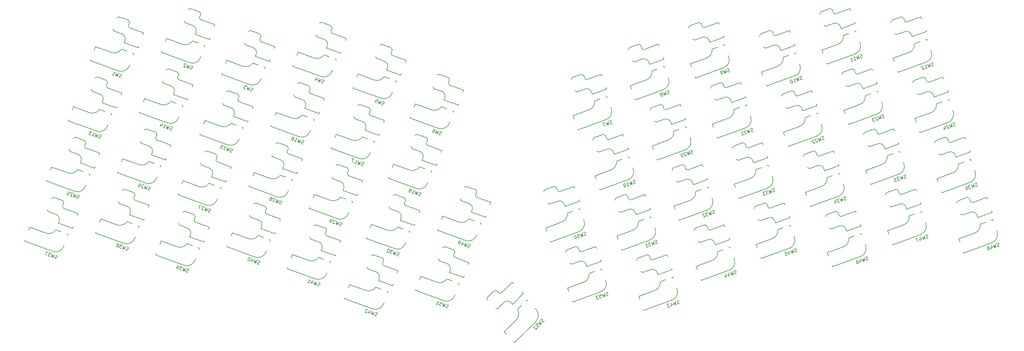
<source format=gbr>
G04 #@! TF.GenerationSoftware,KiCad,Pcbnew,(5.1.2)-1*
G04 #@! TF.CreationDate,2020-06-30T18:44:26+09:00*
G04 #@! TF.ProjectId,avion,6176696f-6e2e-46b6-9963-61645f706362,rev?*
G04 #@! TF.SameCoordinates,Original*
G04 #@! TF.FileFunction,Legend,Bot*
G04 #@! TF.FilePolarity,Positive*
%FSLAX46Y46*%
G04 Gerber Fmt 4.6, Leading zero omitted, Abs format (unit mm)*
G04 Created by KiCad (PCBNEW (5.1.2)-1) date 2020-06-30 18:44:26*
%MOMM*%
%LPD*%
G04 APERTURE LIST*
%ADD10C,0.150000*%
G04 APERTURE END LIST*
D10*
X38473474Y-73499115D02*
G75*
G02X35217923Y-75017204I-2386820J868731D01*
G01*
X36131562Y-68572036D02*
G75*
G02X33157974Y-69537173I-2104857J1421682D01*
G01*
X38473474Y-73499116D02*
X38603783Y-73141093D01*
X39646261Y-70276910D02*
X39776570Y-69918887D01*
X39776570Y-69918887D02*
X39418547Y-69788577D01*
X37747774Y-69180465D02*
X36196341Y-68615790D01*
X33157974Y-69537173D02*
X28384335Y-67799711D01*
X28384335Y-67799711D02*
X28036843Y-68754439D01*
X26994365Y-71618622D02*
X26864056Y-71976645D01*
X26864056Y-71976645D02*
X35217923Y-75017204D01*
X37128381Y-65938081D02*
X36888967Y-66595865D01*
X33583804Y-62519605D02*
X33882641Y-63160461D01*
X36231873Y-64015511D02*
G75*
G02X37128381Y-65938081I-513031J-1409539D01*
G01*
X38240809Y-59957905D02*
X38539645Y-60598761D01*
X36888967Y-66595865D02*
X41117584Y-68134956D01*
X33882641Y-63160461D02*
X36231872Y-64015511D01*
X38197625Y-61538454D02*
X38539645Y-60598761D01*
X41117584Y-68134956D02*
X41288594Y-67665110D01*
X42725078Y-63718401D02*
X38496461Y-62179310D01*
X35421731Y-58931844D02*
X38240809Y-59957905D01*
X38496462Y-62179311D02*
G75*
G02X38197625Y-61538454I171010J469847D01*
G01*
X34780875Y-59230681D02*
X35421731Y-58931844D01*
X42519866Y-64282216D02*
X42725078Y-63718401D01*
X177361771Y-127829694D02*
X177156558Y-127265879D01*
X168186295Y-128934521D02*
X168485131Y-128293665D01*
X172927942Y-128804970D02*
G75*
G02X172287085Y-128506133I-171010J469847D01*
G01*
X168485131Y-128293665D02*
X171304209Y-127267604D01*
X177156558Y-127265879D02*
X172927942Y-128804969D01*
X178764053Y-131682434D02*
X178593043Y-131212588D01*
X172287085Y-128506133D02*
X171945065Y-127566441D01*
X170024222Y-132522282D02*
X172373453Y-131667231D01*
X174535436Y-133221525D02*
X178764053Y-131682434D01*
X171304209Y-127267604D02*
X171945065Y-127566441D01*
X172373453Y-131667231D02*
G75*
G02X174296022Y-132563740I513030J-1409539D01*
G01*
X169383365Y-132223445D02*
X170024222Y-132522282D01*
X174296022Y-132563740D02*
X174535436Y-133221525D01*
X170314607Y-143787329D02*
X178668475Y-140746770D01*
X170184298Y-143429306D02*
X170314607Y-143787329D01*
X168794328Y-139610396D02*
X169141820Y-140565123D01*
X173567966Y-137872933D02*
X168794328Y-139610396D01*
X176854670Y-134649412D02*
X175303237Y-135214088D01*
X178883466Y-133910991D02*
X178525443Y-134041301D01*
X179013776Y-134269014D02*
X178883466Y-133910991D01*
X180186563Y-137491220D02*
X180056253Y-137133197D01*
X175225488Y-135222210D02*
G75*
G02X173567966Y-137872933I-2526253J-263904D01*
G01*
X180186562Y-137491219D02*
G75*
G02X178668475Y-140746770I-2386819J-868732D01*
G01*
X63678746Y-61847139D02*
X63883958Y-61283324D01*
X55939755Y-56795604D02*
X56580611Y-56496767D01*
X59655342Y-59744234D02*
G75*
G02X59356505Y-59103377I171010J469847D01*
G01*
X56580611Y-56496767D02*
X59399689Y-57522828D01*
X63883958Y-61283324D02*
X59655341Y-59744233D01*
X62276464Y-65699879D02*
X62447474Y-65230033D01*
X59356505Y-59103377D02*
X59698525Y-58163684D01*
X55041521Y-60725384D02*
X57390752Y-61580434D01*
X58047847Y-64160788D02*
X62276464Y-65699879D01*
X59399689Y-57522828D02*
X59698525Y-58163684D01*
X57390753Y-61580434D02*
G75*
G02X58287261Y-63503004I-513031J-1409539D01*
G01*
X54742684Y-60084528D02*
X55041521Y-60725384D01*
X58287261Y-63503004D02*
X58047847Y-64160788D01*
X48022936Y-69541568D02*
X56376803Y-72582127D01*
X48153245Y-69183545D02*
X48022936Y-69541568D01*
X49543215Y-65364634D02*
X49195723Y-66319362D01*
X54316854Y-67102096D02*
X49543215Y-65364634D01*
X58906654Y-66745388D02*
X57355221Y-66180713D01*
X60935450Y-67483810D02*
X60577427Y-67353500D01*
X60805141Y-67841833D02*
X60935450Y-67483810D01*
X59632354Y-71064039D02*
X59762663Y-70706016D01*
X57290442Y-66136959D02*
G75*
G02X54316854Y-67102096I-2104857J1421682D01*
G01*
X59632354Y-71064038D02*
G75*
G02X56376803Y-72582127I-2386820J868731D01*
G01*
X77533503Y-77579511D02*
G75*
G02X74277952Y-79097600I-2386820J868731D01*
G01*
X75191591Y-72652432D02*
G75*
G02X72218003Y-73617569I-2104857J1421682D01*
G01*
X77533503Y-77579512D02*
X77663812Y-77221489D01*
X78706290Y-74357306D02*
X78836599Y-73999283D01*
X78836599Y-73999283D02*
X78478576Y-73868973D01*
X76807803Y-73260861D02*
X75256370Y-72696186D01*
X72218003Y-73617569D02*
X67444364Y-71880107D01*
X67444364Y-71880107D02*
X67096872Y-72834835D01*
X66054394Y-75699018D02*
X65924085Y-76057041D01*
X65924085Y-76057041D02*
X74277952Y-79097600D01*
X76188410Y-70018477D02*
X75948996Y-70676261D01*
X72643833Y-66600001D02*
X72942670Y-67240857D01*
X75291902Y-68095907D02*
G75*
G02X76188410Y-70018477I-513031J-1409539D01*
G01*
X77300838Y-64038301D02*
X77599674Y-64679157D01*
X75948996Y-70676261D02*
X80177613Y-72215352D01*
X72942670Y-67240857D02*
X75291901Y-68095907D01*
X77257654Y-65618850D02*
X77599674Y-64679157D01*
X80177613Y-72215352D02*
X80348623Y-71745506D01*
X81785107Y-67798797D02*
X77556490Y-66259706D01*
X74481760Y-63012240D02*
X77300838Y-64038301D01*
X77556491Y-66259707D02*
G75*
G02X77257654Y-65618850I171010J469847D01*
G01*
X73840904Y-63311077D02*
X74481760Y-63012240D01*
X81579895Y-68362612D02*
X81785107Y-67798797D01*
X102738785Y-65927523D02*
X102943997Y-65363708D01*
X94999794Y-60875988D02*
X95640650Y-60577151D01*
X98715381Y-63824618D02*
G75*
G02X98416544Y-63183761I171010J469847D01*
G01*
X95640650Y-60577151D02*
X98459728Y-61603212D01*
X102943997Y-65363708D02*
X98715380Y-63824617D01*
X101336503Y-69780263D02*
X101507513Y-69310417D01*
X98416544Y-63183761D02*
X98758564Y-62244068D01*
X94101560Y-64805768D02*
X96450791Y-65660818D01*
X97107886Y-68241172D02*
X101336503Y-69780263D01*
X98459728Y-61603212D02*
X98758564Y-62244068D01*
X96450792Y-65660818D02*
G75*
G02X97347300Y-67583388I-513031J-1409539D01*
G01*
X93802723Y-64164912D02*
X94101560Y-64805768D01*
X97347300Y-67583388D02*
X97107886Y-68241172D01*
X87082975Y-73621952D02*
X95436842Y-76662511D01*
X87213284Y-73263929D02*
X87082975Y-73621952D01*
X88603254Y-69445018D02*
X88255762Y-70399746D01*
X93376893Y-71182480D02*
X88603254Y-69445018D01*
X97966693Y-70825772D02*
X96415260Y-70261097D01*
X99995489Y-71564194D02*
X99637466Y-71433884D01*
X99865180Y-71922217D02*
X99995489Y-71564194D01*
X98692393Y-75144423D02*
X98822702Y-74786400D01*
X96350481Y-70217343D02*
G75*
G02X93376893Y-71182480I-2104857J1421682D01*
G01*
X98692393Y-75144422D02*
G75*
G02X95436842Y-76662511I-2386820J868731D01*
G01*
X116593535Y-81659905D02*
G75*
G02X113337984Y-83177994I-2386820J868731D01*
G01*
X114251623Y-76732826D02*
G75*
G02X111278035Y-77697963I-2104857J1421682D01*
G01*
X116593535Y-81659906D02*
X116723844Y-81301883D01*
X117766322Y-78437700D02*
X117896631Y-78079677D01*
X117896631Y-78079677D02*
X117538608Y-77949367D01*
X115867835Y-77341255D02*
X114316402Y-76776580D01*
X111278035Y-77697963D02*
X106504396Y-75960501D01*
X106504396Y-75960501D02*
X106156904Y-76915229D01*
X105114426Y-79779412D02*
X104984117Y-80137435D01*
X104984117Y-80137435D02*
X113337984Y-83177994D01*
X115248442Y-74098871D02*
X115009028Y-74756655D01*
X111703865Y-70680395D02*
X112002702Y-71321251D01*
X114351934Y-72176301D02*
G75*
G02X115248442Y-74098871I-513031J-1409539D01*
G01*
X116360870Y-68118695D02*
X116659706Y-68759551D01*
X115009028Y-74756655D02*
X119237645Y-76295746D01*
X112002702Y-71321251D02*
X114351933Y-72176301D01*
X116317686Y-69699244D02*
X116659706Y-68759551D01*
X119237645Y-76295746D02*
X119408655Y-75825900D01*
X120845139Y-71879191D02*
X116616522Y-70340100D01*
X113541792Y-67092634D02*
X116360870Y-68118695D01*
X116616523Y-70340101D02*
G75*
G02X116317686Y-69699244I171010J469847D01*
G01*
X112900936Y-67391471D02*
X113541792Y-67092634D01*
X120639927Y-72443006D02*
X120845139Y-71879191D01*
X137672339Y-81345316D02*
X137877551Y-80781501D01*
X129933348Y-76293781D02*
X130574204Y-75994944D01*
X133648935Y-79242411D02*
G75*
G02X133350098Y-78601554I171010J469847D01*
G01*
X130574204Y-75994944D02*
X133393282Y-77021005D01*
X137877551Y-80781501D02*
X133648934Y-79242410D01*
X136270057Y-85198056D02*
X136441067Y-84728210D01*
X133350098Y-78601554D02*
X133692118Y-77661861D01*
X129035114Y-80223561D02*
X131384345Y-81078611D01*
X132041440Y-83658965D02*
X136270057Y-85198056D01*
X133393282Y-77021005D02*
X133692118Y-77661861D01*
X131384346Y-81078611D02*
G75*
G02X132280854Y-83001181I-513031J-1409539D01*
G01*
X128736277Y-79582705D02*
X129035114Y-80223561D01*
X132280854Y-83001181D02*
X132041440Y-83658965D01*
X122016529Y-89039745D02*
X130370396Y-92080304D01*
X122146838Y-88681722D02*
X122016529Y-89039745D01*
X123536808Y-84862811D02*
X123189316Y-85817539D01*
X128310447Y-86600273D02*
X123536808Y-84862811D01*
X132900247Y-86243565D02*
X131348814Y-85678890D01*
X134929043Y-86981987D02*
X134571020Y-86851677D01*
X134798734Y-87340010D02*
X134929043Y-86981987D01*
X133625947Y-90562216D02*
X133756256Y-90204193D01*
X131284035Y-85635136D02*
G75*
G02X128310447Y-86600273I-2104857J1421682D01*
G01*
X133625947Y-90562215D02*
G75*
G02X130370396Y-92080304I-2386820J868731D01*
G01*
X178974203Y-76561352D02*
X178768990Y-75997537D01*
X169798727Y-77666179D02*
X170097563Y-77025323D01*
X174540374Y-77536628D02*
G75*
G02X173899517Y-77237791I-171010J469847D01*
G01*
X170097563Y-77025323D02*
X172916641Y-75999262D01*
X178768990Y-75997537D02*
X174540374Y-77536627D01*
X180376485Y-80414092D02*
X180205475Y-79944246D01*
X173899517Y-77237791D02*
X173557497Y-76298099D01*
X171636654Y-81253940D02*
X173985885Y-80398889D01*
X176147868Y-81953183D02*
X180376485Y-80414092D01*
X172916641Y-75999262D02*
X173557497Y-76298099D01*
X173985885Y-80398889D02*
G75*
G02X175908454Y-81295398I513030J-1409539D01*
G01*
X170995797Y-80955103D02*
X171636654Y-81253940D01*
X175908454Y-81295398D02*
X176147868Y-81953183D01*
X171927039Y-92518987D02*
X180280907Y-89478428D01*
X171796730Y-92160964D02*
X171927039Y-92518987D01*
X170406760Y-88342054D02*
X170754252Y-89296781D01*
X175180398Y-86604591D02*
X170406760Y-88342054D01*
X178467102Y-83381070D02*
X176915669Y-83945746D01*
X180495898Y-82642649D02*
X180137875Y-82772959D01*
X180626208Y-83000672D02*
X180495898Y-82642649D01*
X181798995Y-86222878D02*
X181668685Y-85864855D01*
X176837920Y-83953868D02*
G75*
G02X175180398Y-86604591I-2526253J-263904D01*
G01*
X181798994Y-86222877D02*
G75*
G02X180280907Y-89478428I-2386819J-868732D01*
G01*
X196006619Y-67659044D02*
X195801406Y-67095229D01*
X186831143Y-68763871D02*
X187129979Y-68123015D01*
X191572790Y-68634320D02*
G75*
G02X190931933Y-68335483I-171010J469847D01*
G01*
X187129979Y-68123015D02*
X189949057Y-67096954D01*
X195801406Y-67095229D02*
X191572790Y-68634319D01*
X197408901Y-71511784D02*
X197237891Y-71041938D01*
X190931933Y-68335483D02*
X190589913Y-67395791D01*
X188669070Y-72351632D02*
X191018301Y-71496581D01*
X193180284Y-73050875D02*
X197408901Y-71511784D01*
X189949057Y-67096954D02*
X190589913Y-67395791D01*
X191018301Y-71496581D02*
G75*
G02X192940870Y-72393090I513030J-1409539D01*
G01*
X188028213Y-72052795D02*
X188669070Y-72351632D01*
X192940870Y-72393090D02*
X193180284Y-73050875D01*
X188959455Y-83616679D02*
X197313323Y-80576120D01*
X188829146Y-83258656D02*
X188959455Y-83616679D01*
X187439176Y-79439746D02*
X187786668Y-80394473D01*
X192212814Y-77702283D02*
X187439176Y-79439746D01*
X195499518Y-74478762D02*
X193948085Y-75043438D01*
X197528314Y-73740341D02*
X197170291Y-73870651D01*
X197658624Y-74098364D02*
X197528314Y-73740341D01*
X198831411Y-77320570D02*
X198701101Y-76962547D01*
X193870336Y-75051560D02*
G75*
G02X192212814Y-77702283I-2526253J-263904D01*
G01*
X198831410Y-77320569D02*
G75*
G02X197313323Y-80576120I-2386819J-868732D01*
G01*
X216732554Y-70805091D02*
G75*
G02X215214467Y-74060642I-2386819J-868732D01*
G01*
X211771480Y-68536082D02*
G75*
G02X210113958Y-71186805I-2526253J-263904D01*
G01*
X216732555Y-70805092D02*
X216602245Y-70447069D01*
X215559768Y-67582886D02*
X215429458Y-67224863D01*
X215429458Y-67224863D02*
X215071435Y-67355173D01*
X213400662Y-67963284D02*
X211849229Y-68527960D01*
X210113958Y-71186805D02*
X205340320Y-72924268D01*
X205340320Y-72924268D02*
X205687812Y-73878995D01*
X206730290Y-76743178D02*
X206860599Y-77101201D01*
X206860599Y-77101201D02*
X215214467Y-74060642D01*
X210842014Y-65877612D02*
X211081428Y-66535397D01*
X205929357Y-65537317D02*
X206570214Y-65836154D01*
X208919445Y-64981103D02*
G75*
G02X210842014Y-65877612I513030J-1409539D01*
G01*
X207850201Y-60581476D02*
X208491057Y-60880313D01*
X211081428Y-66535397D02*
X215310045Y-64996306D01*
X206570214Y-65836154D02*
X208919445Y-64981103D01*
X208833077Y-61820005D02*
X208491057Y-60880313D01*
X215310045Y-64996306D02*
X215139035Y-64526460D01*
X213702550Y-60579751D02*
X209473934Y-62118841D01*
X205031123Y-61607537D02*
X207850201Y-60581476D01*
X209473934Y-62118842D02*
G75*
G02X208833077Y-61820005I-171010J469847D01*
G01*
X204732287Y-62248393D02*
X205031123Y-61607537D01*
X213907763Y-61143566D02*
X213702550Y-60579751D01*
X237891435Y-73240180D02*
G75*
G02X236373348Y-76495731I-2386819J-868732D01*
G01*
X232930361Y-70971171D02*
G75*
G02X231272839Y-73621894I-2526253J-263904D01*
G01*
X237891436Y-73240181D02*
X237761126Y-72882158D01*
X236718649Y-70017975D02*
X236588339Y-69659952D01*
X236588339Y-69659952D02*
X236230316Y-69790262D01*
X234559543Y-70398373D02*
X233008110Y-70963049D01*
X231272839Y-73621894D02*
X226499201Y-75359357D01*
X226499201Y-75359357D02*
X226846693Y-76314084D01*
X227889171Y-79178267D02*
X228019480Y-79536290D01*
X228019480Y-79536290D02*
X236373348Y-76495731D01*
X232000895Y-68312701D02*
X232240309Y-68970486D01*
X227088238Y-67972406D02*
X227729095Y-68271243D01*
X230078326Y-67416192D02*
G75*
G02X232000895Y-68312701I513030J-1409539D01*
G01*
X229009082Y-63016565D02*
X229649938Y-63315402D01*
X232240309Y-68970486D02*
X236468926Y-67431395D01*
X227729095Y-68271243D02*
X230078326Y-67416192D01*
X229991958Y-64255094D02*
X229649938Y-63315402D01*
X236468926Y-67431395D02*
X236297916Y-66961549D01*
X234861431Y-63014840D02*
X230632815Y-64553930D01*
X226190004Y-64042626D02*
X229009082Y-63016565D01*
X230632815Y-64553931D02*
G75*
G02X229991958Y-64255094I-171010J469847D01*
G01*
X225891168Y-64683482D02*
X226190004Y-64042626D01*
X235066644Y-63578655D02*
X234861431Y-63014840D01*
X252967794Y-57063171D02*
X252762581Y-56499356D01*
X243792318Y-58167998D02*
X244091154Y-57527142D01*
X248533965Y-58038447D02*
G75*
G02X247893108Y-57739610I-171010J469847D01*
G01*
X244091154Y-57527142D02*
X246910232Y-56501081D01*
X252762581Y-56499356D02*
X248533965Y-58038446D01*
X254370076Y-60915911D02*
X254199066Y-60446065D01*
X247893108Y-57739610D02*
X247551088Y-56799918D01*
X245630245Y-61755759D02*
X247979476Y-60900708D01*
X250141459Y-62455002D02*
X254370076Y-60915911D01*
X246910232Y-56501081D02*
X247551088Y-56799918D01*
X247979476Y-60900708D02*
G75*
G02X249902045Y-61797217I513030J-1409539D01*
G01*
X244989388Y-61456922D02*
X245630245Y-61755759D01*
X249902045Y-61797217D02*
X250141459Y-62455002D01*
X245920630Y-73020806D02*
X254274498Y-69980247D01*
X245790321Y-72662783D02*
X245920630Y-73020806D01*
X244400351Y-68843873D02*
X244747843Y-69798600D01*
X249173989Y-67106410D02*
X244400351Y-68843873D01*
X252460693Y-63882889D02*
X250909260Y-64447565D01*
X254489489Y-63144468D02*
X254131466Y-63274778D01*
X254619799Y-63502491D02*
X254489489Y-63144468D01*
X255792586Y-66724697D02*
X255662276Y-66366674D01*
X250831511Y-64455687D02*
G75*
G02X249173989Y-67106410I-2526253J-263904D01*
G01*
X255792585Y-66724696D02*
G75*
G02X254274498Y-69980247I-2386819J-868732D01*
G01*
X274126679Y-59498255D02*
X273921466Y-58934440D01*
X264951203Y-60603082D02*
X265250039Y-59962226D01*
X269692850Y-60473531D02*
G75*
G02X269051993Y-60174694I-171010J469847D01*
G01*
X265250039Y-59962226D02*
X268069117Y-58936165D01*
X273921466Y-58934440D02*
X269692850Y-60473530D01*
X275528961Y-63350995D02*
X275357951Y-62881149D01*
X269051993Y-60174694D02*
X268709973Y-59235002D01*
X266789130Y-64190843D02*
X269138361Y-63335792D01*
X271300344Y-64890086D02*
X275528961Y-63350995D01*
X268069117Y-58936165D02*
X268709973Y-59235002D01*
X269138361Y-63335792D02*
G75*
G02X271060930Y-64232301I513030J-1409539D01*
G01*
X266148273Y-63892006D02*
X266789130Y-64190843D01*
X271060930Y-64232301D02*
X271300344Y-64890086D01*
X267079515Y-75455890D02*
X275433383Y-72415331D01*
X266949206Y-75097867D02*
X267079515Y-75455890D01*
X265559236Y-71278957D02*
X265906728Y-72233684D01*
X270332874Y-69541494D02*
X265559236Y-71278957D01*
X273619578Y-66317973D02*
X272068145Y-66882649D01*
X275648374Y-65579552D02*
X275290351Y-65709862D01*
X275778684Y-65937575D02*
X275648374Y-65579552D01*
X276951471Y-69159781D02*
X276821161Y-68801758D01*
X271990396Y-66890771D02*
G75*
G02X270332874Y-69541494I-2526253J-263904D01*
G01*
X276951470Y-69159780D02*
G75*
G02X275433383Y-72415331I-2386819J-868732D01*
G01*
X31957995Y-91400268D02*
G75*
G02X28702444Y-92918357I-2386820J868731D01*
G01*
X29616083Y-86473189D02*
G75*
G02X26642495Y-87438326I-2104857J1421682D01*
G01*
X31957995Y-91400269D02*
X32088304Y-91042246D01*
X33130782Y-88178063D02*
X33261091Y-87820040D01*
X33261091Y-87820040D02*
X32903068Y-87689730D01*
X31232295Y-87081618D02*
X29680862Y-86516943D01*
X26642495Y-87438326D02*
X21868856Y-85700864D01*
X21868856Y-85700864D02*
X21521364Y-86655592D01*
X20478886Y-89519775D02*
X20348577Y-89877798D01*
X20348577Y-89877798D02*
X28702444Y-92918357D01*
X30612902Y-83839234D02*
X30373488Y-84497018D01*
X27068325Y-80420758D02*
X27367162Y-81061614D01*
X29716394Y-81916664D02*
G75*
G02X30612902Y-83839234I-513031J-1409539D01*
G01*
X31725330Y-77859058D02*
X32024166Y-78499914D01*
X30373488Y-84497018D02*
X34602105Y-86036109D01*
X27367162Y-81061614D02*
X29716393Y-81916664D01*
X31682146Y-79439607D02*
X32024166Y-78499914D01*
X34602105Y-86036109D02*
X34773115Y-85566263D01*
X36209599Y-81619554D02*
X31980982Y-80080463D01*
X28906252Y-76832997D02*
X31725330Y-77859058D01*
X31980983Y-80080464D02*
G75*
G02X31682146Y-79439607I171010J469847D01*
G01*
X28265396Y-77131834D02*
X28906252Y-76832997D01*
X36004387Y-82183369D02*
X36209599Y-81619554D01*
X57163267Y-79748281D02*
X57368479Y-79184466D01*
X49424276Y-74696746D02*
X50065132Y-74397909D01*
X53139863Y-77645376D02*
G75*
G02X52841026Y-77004519I171010J469847D01*
G01*
X50065132Y-74397909D02*
X52884210Y-75423970D01*
X57368479Y-79184466D02*
X53139862Y-77645375D01*
X55760985Y-83601021D02*
X55931995Y-83131175D01*
X52841026Y-77004519D02*
X53183046Y-76064826D01*
X48526042Y-78626526D02*
X50875273Y-79481576D01*
X51532368Y-82061930D02*
X55760985Y-83601021D01*
X52884210Y-75423970D02*
X53183046Y-76064826D01*
X50875274Y-79481576D02*
G75*
G02X51771782Y-81404146I-513031J-1409539D01*
G01*
X48227205Y-77985670D02*
X48526042Y-78626526D01*
X51771782Y-81404146D02*
X51532368Y-82061930D01*
X41507457Y-87442710D02*
X49861324Y-90483269D01*
X41637766Y-87084687D02*
X41507457Y-87442710D01*
X43027736Y-83265776D02*
X42680244Y-84220504D01*
X47801375Y-85003238D02*
X43027736Y-83265776D01*
X52391175Y-84646530D02*
X50839742Y-84081855D01*
X54419971Y-85384952D02*
X54061948Y-85254642D01*
X54289662Y-85742975D02*
X54419971Y-85384952D01*
X53116875Y-88965181D02*
X53247184Y-88607158D01*
X50774963Y-84038101D02*
G75*
G02X47801375Y-85003238I-2104857J1421682D01*
G01*
X53116875Y-88965180D02*
G75*
G02X49861324Y-90483269I-2386820J868731D01*
G01*
X71018020Y-95480656D02*
G75*
G02X67762469Y-96998745I-2386820J868731D01*
G01*
X68676108Y-90553577D02*
G75*
G02X65702520Y-91518714I-2104857J1421682D01*
G01*
X71018020Y-95480657D02*
X71148329Y-95122634D01*
X72190807Y-92258451D02*
X72321116Y-91900428D01*
X72321116Y-91900428D02*
X71963093Y-91770118D01*
X70292320Y-91162006D02*
X68740887Y-90597331D01*
X65702520Y-91518714D02*
X60928881Y-89781252D01*
X60928881Y-89781252D02*
X60581389Y-90735980D01*
X59538911Y-93600163D02*
X59408602Y-93958186D01*
X59408602Y-93958186D02*
X67762469Y-96998745D01*
X69672927Y-87919622D02*
X69433513Y-88577406D01*
X66128350Y-84501146D02*
X66427187Y-85142002D01*
X68776419Y-85997052D02*
G75*
G02X69672927Y-87919622I-513031J-1409539D01*
G01*
X70785355Y-81939446D02*
X71084191Y-82580302D01*
X69433513Y-88577406D02*
X73662130Y-90116497D01*
X66427187Y-85142002D02*
X68776418Y-85997052D01*
X70742171Y-83519995D02*
X71084191Y-82580302D01*
X73662130Y-90116497D02*
X73833140Y-89646651D01*
X75269624Y-85699942D02*
X71041007Y-84160851D01*
X67966277Y-80913385D02*
X70785355Y-81939446D01*
X71041008Y-84160852D02*
G75*
G02X70742171Y-83519995I171010J469847D01*
G01*
X67325421Y-81212222D02*
X67966277Y-80913385D01*
X75064412Y-86263757D02*
X75269624Y-85699942D01*
X96223299Y-83828672D02*
X96428511Y-83264857D01*
X88484308Y-78777137D02*
X89125164Y-78478300D01*
X92199895Y-81725767D02*
G75*
G02X91901058Y-81084910I171010J469847D01*
G01*
X89125164Y-78478300D02*
X91944242Y-79504361D01*
X96428511Y-83264857D02*
X92199894Y-81725766D01*
X94821017Y-87681412D02*
X94992027Y-87211566D01*
X91901058Y-81084910D02*
X92243078Y-80145217D01*
X87586074Y-82706917D02*
X89935305Y-83561967D01*
X90592400Y-86142321D02*
X94821017Y-87681412D01*
X91944242Y-79504361D02*
X92243078Y-80145217D01*
X89935306Y-83561967D02*
G75*
G02X90831814Y-85484537I-513031J-1409539D01*
G01*
X87287237Y-82066061D02*
X87586074Y-82706917D01*
X90831814Y-85484537D02*
X90592400Y-86142321D01*
X80567489Y-91523101D02*
X88921356Y-94563660D01*
X80697798Y-91165078D02*
X80567489Y-91523101D01*
X82087768Y-87346167D02*
X81740276Y-88300895D01*
X86861407Y-89083629D02*
X82087768Y-87346167D01*
X91451207Y-88726921D02*
X89899774Y-88162246D01*
X93480003Y-89465343D02*
X93121980Y-89335033D01*
X93349694Y-89823366D02*
X93480003Y-89465343D01*
X92176907Y-93045572D02*
X92307216Y-92687549D01*
X89834995Y-88118492D02*
G75*
G02X86861407Y-89083629I-2104857J1421682D01*
G01*
X92176907Y-93045571D02*
G75*
G02X88921356Y-94563660I-2386820J868731D01*
G01*
X114124447Y-90344156D02*
X114329659Y-89780341D01*
X106385456Y-85292621D02*
X107026312Y-84993784D01*
X110101043Y-88241251D02*
G75*
G02X109802206Y-87600394I171010J469847D01*
G01*
X107026312Y-84993784D02*
X109845390Y-86019845D01*
X114329659Y-89780341D02*
X110101042Y-88241250D01*
X112722165Y-94196896D02*
X112893175Y-93727050D01*
X109802206Y-87600394D02*
X110144226Y-86660701D01*
X105487222Y-89222401D02*
X107836453Y-90077451D01*
X108493548Y-92657805D02*
X112722165Y-94196896D01*
X109845390Y-86019845D02*
X110144226Y-86660701D01*
X107836454Y-90077451D02*
G75*
G02X108732962Y-92000021I-513031J-1409539D01*
G01*
X105188385Y-88581545D02*
X105487222Y-89222401D01*
X108732962Y-92000021D02*
X108493548Y-92657805D01*
X98468637Y-98038585D02*
X106822504Y-101079144D01*
X98598946Y-97680562D02*
X98468637Y-98038585D01*
X99988916Y-93861651D02*
X99641424Y-94816379D01*
X104762555Y-95599113D02*
X99988916Y-93861651D01*
X109352355Y-95242405D02*
X107800922Y-94677730D01*
X111381151Y-95980827D02*
X111023128Y-95850517D01*
X111250842Y-96338850D02*
X111381151Y-95980827D01*
X110078055Y-99561056D02*
X110208364Y-99203033D01*
X107736143Y-94633976D02*
G75*
G02X104762555Y-95599113I-2104857J1421682D01*
G01*
X110078055Y-99561055D02*
G75*
G02X106822504Y-101079144I-2386820J868731D01*
G01*
X127110467Y-108463359D02*
G75*
G02X123854916Y-109981448I-2386820J868731D01*
G01*
X124768555Y-103536280D02*
G75*
G02X121794967Y-104501417I-2104857J1421682D01*
G01*
X127110467Y-108463360D02*
X127240776Y-108105337D01*
X128283254Y-105241154D02*
X128413563Y-104883131D01*
X128413563Y-104883131D02*
X128055540Y-104752821D01*
X126384767Y-104144709D02*
X124833334Y-103580034D01*
X121794967Y-104501417D02*
X117021328Y-102763955D01*
X117021328Y-102763955D02*
X116673836Y-103718683D01*
X115631358Y-106582866D02*
X115501049Y-106940889D01*
X115501049Y-106940889D02*
X123854916Y-109981448D01*
X125765374Y-100902325D02*
X125525960Y-101560109D01*
X122220797Y-97483849D02*
X122519634Y-98124705D01*
X124868866Y-98979755D02*
G75*
G02X125765374Y-100902325I-513031J-1409539D01*
G01*
X126877802Y-94922149D02*
X127176638Y-95563005D01*
X125525960Y-101560109D02*
X129754577Y-103099200D01*
X122519634Y-98124705D02*
X124868865Y-98979755D01*
X126834618Y-96502698D02*
X127176638Y-95563005D01*
X129754577Y-103099200D02*
X129925587Y-102629354D01*
X131362071Y-98682645D02*
X127133454Y-97143554D01*
X124058724Y-93896088D02*
X126877802Y-94922149D01*
X127133455Y-97143555D02*
G75*
G02X126834618Y-96502698I171010J469847D01*
G01*
X123417868Y-94194925D02*
X124058724Y-93896088D01*
X131156859Y-99246460D02*
X131362071Y-98682645D01*
X188314478Y-104124017D02*
G75*
G02X186796391Y-107379568I-2386819J-868732D01*
G01*
X183353404Y-101855008D02*
G75*
G02X181695882Y-104505731I-2526253J-263904D01*
G01*
X188314479Y-104124018D02*
X188184169Y-103765995D01*
X187141692Y-100901812D02*
X187011382Y-100543789D01*
X187011382Y-100543789D02*
X186653359Y-100674099D01*
X184982586Y-101282210D02*
X183431153Y-101846886D01*
X181695882Y-104505731D02*
X176922244Y-106243194D01*
X176922244Y-106243194D02*
X177269736Y-107197921D01*
X178312214Y-110062104D02*
X178442523Y-110420127D01*
X178442523Y-110420127D02*
X186796391Y-107379568D01*
X182423938Y-99196538D02*
X182663352Y-99854323D01*
X177511281Y-98856243D02*
X178152138Y-99155080D01*
X180501369Y-98300029D02*
G75*
G02X182423938Y-99196538I513030J-1409539D01*
G01*
X179432125Y-93900402D02*
X180072981Y-94199239D01*
X182663352Y-99854323D02*
X186891969Y-98315232D01*
X178152138Y-99155080D02*
X180501369Y-98300029D01*
X180415001Y-95138931D02*
X180072981Y-94199239D01*
X186891969Y-98315232D02*
X186720959Y-97845386D01*
X185284474Y-93898677D02*
X181055858Y-95437767D01*
X176613047Y-94926463D02*
X179432125Y-93900402D01*
X181055858Y-95437768D02*
G75*
G02X180415001Y-95138931I-171010J469847D01*
G01*
X176314211Y-95567319D02*
X176613047Y-94926463D01*
X185489687Y-94462492D02*
X185284474Y-93898677D01*
X202522103Y-85560190D02*
X202316890Y-84996375D01*
X193346627Y-86665017D02*
X193645463Y-86024161D01*
X198088274Y-86535466D02*
G75*
G02X197447417Y-86236629I-171010J469847D01*
G01*
X193645463Y-86024161D02*
X196464541Y-84998100D01*
X202316890Y-84996375D02*
X198088274Y-86535465D01*
X203924385Y-89412930D02*
X203753375Y-88943084D01*
X197447417Y-86236629D02*
X197105397Y-85296937D01*
X195184554Y-90252778D02*
X197533785Y-89397727D01*
X199695768Y-90952021D02*
X203924385Y-89412930D01*
X196464541Y-84998100D02*
X197105397Y-85296937D01*
X197533785Y-89397727D02*
G75*
G02X199456354Y-90294236I513030J-1409539D01*
G01*
X194543697Y-89953941D02*
X195184554Y-90252778D01*
X199456354Y-90294236D02*
X199695768Y-90952021D01*
X195474939Y-101517825D02*
X203828807Y-98477266D01*
X195344630Y-101159802D02*
X195474939Y-101517825D01*
X193954660Y-97340892D02*
X194302152Y-98295619D01*
X198728298Y-95603429D02*
X193954660Y-97340892D01*
X202015002Y-92379908D02*
X200463569Y-92944584D01*
X204043798Y-91641487D02*
X203685775Y-91771797D01*
X204174108Y-91999510D02*
X204043798Y-91641487D01*
X205346895Y-95221716D02*
X205216585Y-94863693D01*
X200385820Y-92952706D02*
G75*
G02X198728298Y-95603429I-2526253J-263904D01*
G01*
X205346894Y-95221715D02*
G75*
G02X203828807Y-98477266I-2386819J-868732D01*
G01*
X223248040Y-88706235D02*
G75*
G02X221729953Y-91961786I-2386819J-868732D01*
G01*
X218286966Y-86437226D02*
G75*
G02X216629444Y-89087949I-2526253J-263904D01*
G01*
X223248041Y-88706236D02*
X223117731Y-88348213D01*
X222075254Y-85484030D02*
X221944944Y-85126007D01*
X221944944Y-85126007D02*
X221586921Y-85256317D01*
X219916148Y-85864428D02*
X218364715Y-86429104D01*
X216629444Y-89087949D02*
X211855806Y-90825412D01*
X211855806Y-90825412D02*
X212203298Y-91780139D01*
X213245776Y-94644322D02*
X213376085Y-95002345D01*
X213376085Y-95002345D02*
X221729953Y-91961786D01*
X217357500Y-83778756D02*
X217596914Y-84436541D01*
X212444843Y-83438461D02*
X213085700Y-83737298D01*
X215434931Y-82882247D02*
G75*
G02X217357500Y-83778756I513030J-1409539D01*
G01*
X214365687Y-78482620D02*
X215006543Y-78781457D01*
X217596914Y-84436541D02*
X221825531Y-82897450D01*
X213085700Y-83737298D02*
X215434931Y-82882247D01*
X215348563Y-79721149D02*
X215006543Y-78781457D01*
X221825531Y-82897450D02*
X221654521Y-82427604D01*
X220218036Y-78480895D02*
X215989420Y-80019985D01*
X211546609Y-79508681D02*
X214365687Y-78482620D01*
X215989420Y-80019986D02*
G75*
G02X215348563Y-79721149I-171010J469847D01*
G01*
X211247773Y-80149537D02*
X211546609Y-79508681D01*
X220423249Y-79044710D02*
X220218036Y-78480895D01*
X244406919Y-91141321D02*
G75*
G02X242888832Y-94396872I-2386819J-868732D01*
G01*
X239445845Y-88872312D02*
G75*
G02X237788323Y-91523035I-2526253J-263904D01*
G01*
X244406920Y-91141322D02*
X244276610Y-90783299D01*
X243234133Y-87919116D02*
X243103823Y-87561093D01*
X243103823Y-87561093D02*
X242745800Y-87691403D01*
X241075027Y-88299514D02*
X239523594Y-88864190D01*
X237788323Y-91523035D02*
X233014685Y-93260498D01*
X233014685Y-93260498D02*
X233362177Y-94215225D01*
X234404655Y-97079408D02*
X234534964Y-97437431D01*
X234534964Y-97437431D02*
X242888832Y-94396872D01*
X238516379Y-86213842D02*
X238755793Y-86871627D01*
X233603722Y-85873547D02*
X234244579Y-86172384D01*
X236593810Y-85317333D02*
G75*
G02X238516379Y-86213842I513030J-1409539D01*
G01*
X235524566Y-80917706D02*
X236165422Y-81216543D01*
X238755793Y-86871627D02*
X242984410Y-85332536D01*
X234244579Y-86172384D02*
X236593810Y-85317333D01*
X236507442Y-82156235D02*
X236165422Y-81216543D01*
X242984410Y-85332536D02*
X242813400Y-84862690D01*
X241376915Y-80915981D02*
X237148299Y-82455071D01*
X232705488Y-81943767D02*
X235524566Y-80917706D01*
X237148299Y-82455072D02*
G75*
G02X236507442Y-82156235I-171010J469847D01*
G01*
X232406652Y-82584623D02*
X232705488Y-81943767D01*
X241582128Y-81479796D02*
X241376915Y-80915981D01*
X259483282Y-74964323D02*
X259278069Y-74400508D01*
X250307806Y-76069150D02*
X250606642Y-75428294D01*
X255049453Y-75939599D02*
G75*
G02X254408596Y-75640762I-171010J469847D01*
G01*
X250606642Y-75428294D02*
X253425720Y-74402233D01*
X259278069Y-74400508D02*
X255049453Y-75939598D01*
X260885564Y-78817063D02*
X260714554Y-78347217D01*
X254408596Y-75640762D02*
X254066576Y-74701070D01*
X252145733Y-79656911D02*
X254494964Y-78801860D01*
X256656947Y-80356154D02*
X260885564Y-78817063D01*
X253425720Y-74402233D02*
X254066576Y-74701070D01*
X254494964Y-78801860D02*
G75*
G02X256417533Y-79698369I513030J-1409539D01*
G01*
X251504876Y-79358074D02*
X252145733Y-79656911D01*
X256417533Y-79698369D02*
X256656947Y-80356154D01*
X252436118Y-90921958D02*
X260789986Y-87881399D01*
X252305809Y-90563935D02*
X252436118Y-90921958D01*
X250915839Y-86745025D02*
X251263331Y-87699752D01*
X255689477Y-85007562D02*
X250915839Y-86745025D01*
X258976181Y-81784041D02*
X257424748Y-82348717D01*
X261004977Y-81045620D02*
X260646954Y-81175930D01*
X261135287Y-81403643D02*
X261004977Y-81045620D01*
X262308074Y-84625849D02*
X262177764Y-84267826D01*
X257346999Y-82356839D02*
G75*
G02X255689477Y-85007562I-2526253J-263904D01*
G01*
X262308073Y-84625848D02*
G75*
G02X260789986Y-87881399I-2386819J-868732D01*
G01*
X280642164Y-77399405D02*
X280436951Y-76835590D01*
X271466688Y-78504232D02*
X271765524Y-77863376D01*
X276208335Y-78374681D02*
G75*
G02X275567478Y-78075844I-171010J469847D01*
G01*
X271765524Y-77863376D02*
X274584602Y-76837315D01*
X280436951Y-76835590D02*
X276208335Y-78374680D01*
X282044446Y-81252145D02*
X281873436Y-80782299D01*
X275567478Y-78075844D02*
X275225458Y-77136152D01*
X273304615Y-82091993D02*
X275653846Y-81236942D01*
X277815829Y-82791236D02*
X282044446Y-81252145D01*
X274584602Y-76837315D02*
X275225458Y-77136152D01*
X275653846Y-81236942D02*
G75*
G02X277576415Y-82133451I513030J-1409539D01*
G01*
X272663758Y-81793156D02*
X273304615Y-82091993D01*
X277576415Y-82133451D02*
X277815829Y-82791236D01*
X273595000Y-93357040D02*
X281948868Y-90316481D01*
X273464691Y-92999017D02*
X273595000Y-93357040D01*
X272074721Y-89180107D02*
X272422213Y-90134834D01*
X276848359Y-87442644D02*
X272074721Y-89180107D01*
X280135063Y-84219123D02*
X278583630Y-84783799D01*
X282163859Y-83480702D02*
X281805836Y-83611012D01*
X282294169Y-83838725D02*
X282163859Y-83480702D01*
X283466956Y-87060931D02*
X283336646Y-86702908D01*
X278505881Y-84791921D02*
G75*
G02X276848359Y-87442644I-2526253J-263904D01*
G01*
X283466955Y-87060930D02*
G75*
G02X281948868Y-90316481I-2386819J-868732D01*
G01*
X25442511Y-109301410D02*
G75*
G02X22186960Y-110819499I-2386820J868731D01*
G01*
X23100599Y-104374331D02*
G75*
G02X20127011Y-105339468I-2104857J1421682D01*
G01*
X25442511Y-109301411D02*
X25572820Y-108943388D01*
X26615298Y-106079205D02*
X26745607Y-105721182D01*
X26745607Y-105721182D02*
X26387584Y-105590872D01*
X24716811Y-104982760D02*
X23165378Y-104418085D01*
X20127011Y-105339468D02*
X15353372Y-103602006D01*
X15353372Y-103602006D02*
X15005880Y-104556734D01*
X13963402Y-107420917D02*
X13833093Y-107778940D01*
X13833093Y-107778940D02*
X22186960Y-110819499D01*
X24097418Y-101740376D02*
X23858004Y-102398160D01*
X20552841Y-98321900D02*
X20851678Y-98962756D01*
X23200910Y-99817806D02*
G75*
G02X24097418Y-101740376I-513031J-1409539D01*
G01*
X25209846Y-95760200D02*
X25508682Y-96401056D01*
X23858004Y-102398160D02*
X28086621Y-103937251D01*
X20851678Y-98962756D02*
X23200909Y-99817806D01*
X25166662Y-97340749D02*
X25508682Y-96401056D01*
X28086621Y-103937251D02*
X28257631Y-103467405D01*
X29694115Y-99520696D02*
X25465498Y-97981605D01*
X22390768Y-94734139D02*
X25209846Y-95760200D01*
X25465499Y-97981606D02*
G75*
G02X25166662Y-97340749I171010J469847D01*
G01*
X21749912Y-95032976D02*
X22390768Y-94734139D01*
X29488903Y-100084511D02*
X29694115Y-99520696D01*
X50647785Y-97649420D02*
X50852997Y-97085605D01*
X42908794Y-92597885D02*
X43549650Y-92299048D01*
X46624381Y-95546515D02*
G75*
G02X46325544Y-94905658I171010J469847D01*
G01*
X43549650Y-92299048D02*
X46368728Y-93325109D01*
X50852997Y-97085605D02*
X46624380Y-95546514D01*
X49245503Y-101502160D02*
X49416513Y-101032314D01*
X46325544Y-94905658D02*
X46667564Y-93965965D01*
X42010560Y-96527665D02*
X44359791Y-97382715D01*
X45016886Y-99963069D02*
X49245503Y-101502160D01*
X46368728Y-93325109D02*
X46667564Y-93965965D01*
X44359792Y-97382715D02*
G75*
G02X45256300Y-99305285I-513031J-1409539D01*
G01*
X41711723Y-95886809D02*
X42010560Y-96527665D01*
X45256300Y-99305285D02*
X45016886Y-99963069D01*
X34991975Y-105343849D02*
X43345842Y-108384408D01*
X35122284Y-104985826D02*
X34991975Y-105343849D01*
X36512254Y-101166915D02*
X36164762Y-102121643D01*
X41285893Y-102904377D02*
X36512254Y-101166915D01*
X45875693Y-102547669D02*
X44324260Y-101982994D01*
X47904489Y-103286091D02*
X47546466Y-103155781D01*
X47774180Y-103644114D02*
X47904489Y-103286091D01*
X46601393Y-106866320D02*
X46731702Y-106508297D01*
X44259481Y-101939240D02*
G75*
G02X41285893Y-102904377I-2104857J1421682D01*
G01*
X46601393Y-106866319D02*
G75*
G02X43345842Y-108384408I-2386820J868731D01*
G01*
X68548932Y-104164900D02*
X68754144Y-103601085D01*
X60809941Y-99113365D02*
X61450797Y-98814528D01*
X64525528Y-102061995D02*
G75*
G02X64226691Y-101421138I171010J469847D01*
G01*
X61450797Y-98814528D02*
X64269875Y-99840589D01*
X68754144Y-103601085D02*
X64525527Y-102061994D01*
X67146650Y-108017640D02*
X67317660Y-107547794D01*
X64226691Y-101421138D02*
X64568711Y-100481445D01*
X59911707Y-103043145D02*
X62260938Y-103898195D01*
X62918033Y-106478549D02*
X67146650Y-108017640D01*
X64269875Y-99840589D02*
X64568711Y-100481445D01*
X62260939Y-103898195D02*
G75*
G02X63157447Y-105820765I-513031J-1409539D01*
G01*
X59612870Y-102402289D02*
X59911707Y-103043145D01*
X63157447Y-105820765D02*
X62918033Y-106478549D01*
X52893122Y-111859329D02*
X61246989Y-114899888D01*
X53023431Y-111501306D02*
X52893122Y-111859329D01*
X54413401Y-107682395D02*
X54065909Y-108637123D01*
X59187040Y-109419857D02*
X54413401Y-107682395D01*
X63776840Y-109063149D02*
X62225407Y-108498474D01*
X65805636Y-109801571D02*
X65447613Y-109671261D01*
X65675327Y-110159594D02*
X65805636Y-109801571D01*
X64502540Y-113381800D02*
X64632849Y-113023777D01*
X62160628Y-108454720D02*
G75*
G02X59187040Y-109419857I-2104857J1421682D01*
G01*
X64502540Y-113381799D02*
G75*
G02X61246989Y-114899888I-2386820J868731D01*
G01*
X85661433Y-110946716D02*
G75*
G02X82405882Y-112464805I-2386820J868731D01*
G01*
X83319521Y-106019637D02*
G75*
G02X80345933Y-106984774I-2104857J1421682D01*
G01*
X85661433Y-110946717D02*
X85791742Y-110588694D01*
X86834220Y-107724511D02*
X86964529Y-107366488D01*
X86964529Y-107366488D02*
X86606506Y-107236178D01*
X84935733Y-106628066D02*
X83384300Y-106063391D01*
X80345933Y-106984774D02*
X75572294Y-105247312D01*
X75572294Y-105247312D02*
X75224802Y-106202040D01*
X74182324Y-109066223D02*
X74052015Y-109424246D01*
X74052015Y-109424246D02*
X82405882Y-112464805D01*
X84316340Y-103385682D02*
X84076926Y-104043466D01*
X80771763Y-99967206D02*
X81070600Y-100608062D01*
X83419832Y-101463112D02*
G75*
G02X84316340Y-103385682I-513031J-1409539D01*
G01*
X85428768Y-97405506D02*
X85727604Y-98046362D01*
X84076926Y-104043466D02*
X88305543Y-105582557D01*
X81070600Y-100608062D02*
X83419831Y-101463112D01*
X85385584Y-98986055D02*
X85727604Y-98046362D01*
X88305543Y-105582557D02*
X88476553Y-105112711D01*
X89913037Y-101166002D02*
X85684420Y-99626911D01*
X82609690Y-96379445D02*
X85428768Y-97405506D01*
X85684421Y-99626912D02*
G75*
G02X85385584Y-98986055I171010J469847D01*
G01*
X81968834Y-96678282D02*
X82609690Y-96379445D01*
X89707825Y-101729817D02*
X89913037Y-101166002D01*
X107608962Y-108245303D02*
X107814174Y-107681488D01*
X99869971Y-103193768D02*
X100510827Y-102894931D01*
X103585558Y-106142398D02*
G75*
G02X103286721Y-105501541I171010J469847D01*
G01*
X100510827Y-102894931D02*
X103329905Y-103920992D01*
X107814174Y-107681488D02*
X103585557Y-106142397D01*
X106206680Y-112098043D02*
X106377690Y-111628197D01*
X103286721Y-105501541D02*
X103628741Y-104561848D01*
X98971737Y-107123548D02*
X101320968Y-107978598D01*
X101978063Y-110558952D02*
X106206680Y-112098043D01*
X103329905Y-103920992D02*
X103628741Y-104561848D01*
X101320969Y-107978598D02*
G75*
G02X102217477Y-109901168I-513031J-1409539D01*
G01*
X98672900Y-106482692D02*
X98971737Y-107123548D01*
X102217477Y-109901168D02*
X101978063Y-110558952D01*
X91953152Y-115939732D02*
X100307019Y-118980291D01*
X92083461Y-115581709D02*
X91953152Y-115939732D01*
X93473431Y-111762798D02*
X93125939Y-112717526D01*
X98247070Y-113500260D02*
X93473431Y-111762798D01*
X102836870Y-113143552D02*
X101285437Y-112578877D01*
X104865666Y-113881974D02*
X104507643Y-113751664D01*
X104735357Y-114239997D02*
X104865666Y-113881974D01*
X103562570Y-117462203D02*
X103692879Y-117104180D01*
X101220658Y-112535123D02*
G75*
G02X98247070Y-113500260I-2104857J1421682D01*
G01*
X103562570Y-117462202D02*
G75*
G02X100307019Y-118980291I-2386820J868731D01*
G01*
X120594977Y-126364500D02*
G75*
G02X117339426Y-127882589I-2386820J868731D01*
G01*
X118253065Y-121437421D02*
G75*
G02X115279477Y-122402558I-2104857J1421682D01*
G01*
X120594977Y-126364501D02*
X120725286Y-126006478D01*
X121767764Y-123142295D02*
X121898073Y-122784272D01*
X121898073Y-122784272D02*
X121540050Y-122653962D01*
X119869277Y-122045850D02*
X118317844Y-121481175D01*
X115279477Y-122402558D02*
X110505838Y-120665096D01*
X110505838Y-120665096D02*
X110158346Y-121619824D01*
X109115868Y-124484007D02*
X108985559Y-124842030D01*
X108985559Y-124842030D02*
X117339426Y-127882589D01*
X119249884Y-118803466D02*
X119010470Y-119461250D01*
X115705307Y-115384990D02*
X116004144Y-116025846D01*
X118353376Y-116880896D02*
G75*
G02X119249884Y-118803466I-513031J-1409539D01*
G01*
X120362312Y-112823290D02*
X120661148Y-113464146D01*
X119010470Y-119461250D02*
X123239087Y-121000341D01*
X116004144Y-116025846D02*
X118353375Y-116880896D01*
X120319128Y-114403839D02*
X120661148Y-113464146D01*
X123239087Y-121000341D02*
X123410097Y-120530495D01*
X124846581Y-116583786D02*
X120617964Y-115044695D01*
X117543234Y-111797229D02*
X120362312Y-112823290D01*
X120617965Y-115044696D02*
G75*
G02X120319128Y-114403839I171010J469847D01*
G01*
X116902378Y-112096066D02*
X117543234Y-111797229D01*
X124641369Y-117147601D02*
X124846581Y-116583786D01*
X194829965Y-122025161D02*
G75*
G02X193311878Y-125280712I-2386819J-868732D01*
G01*
X189868891Y-119756152D02*
G75*
G02X188211369Y-122406875I-2526253J-263904D01*
G01*
X194829966Y-122025162D02*
X194699656Y-121667139D01*
X193657179Y-118802956D02*
X193526869Y-118444933D01*
X193526869Y-118444933D02*
X193168846Y-118575243D01*
X191498073Y-119183354D02*
X189946640Y-119748030D01*
X188211369Y-122406875D02*
X183437731Y-124144338D01*
X183437731Y-124144338D02*
X183785223Y-125099065D01*
X184827701Y-127963248D02*
X184958010Y-128321271D01*
X184958010Y-128321271D02*
X193311878Y-125280712D01*
X188939425Y-117097682D02*
X189178839Y-117755467D01*
X184026768Y-116757387D02*
X184667625Y-117056224D01*
X187016856Y-116201173D02*
G75*
G02X188939425Y-117097682I513030J-1409539D01*
G01*
X185947612Y-111801546D02*
X186588468Y-112100383D01*
X189178839Y-117755467D02*
X193407456Y-116216376D01*
X184667625Y-117056224D02*
X187016856Y-116201173D01*
X186930488Y-113040075D02*
X186588468Y-112100383D01*
X193407456Y-116216376D02*
X193236446Y-115746530D01*
X191799961Y-111799821D02*
X187571345Y-113338911D01*
X183128534Y-112827607D02*
X185947612Y-111801546D01*
X187571345Y-113338912D02*
G75*
G02X186930488Y-113040075I-171010J469847D01*
G01*
X182829698Y-113468463D02*
X183128534Y-112827607D01*
X192005174Y-112363636D02*
X191799961Y-111799821D01*
X211862383Y-113122861D02*
G75*
G02X210344296Y-116378412I-2386819J-868732D01*
G01*
X206901309Y-110853852D02*
G75*
G02X205243787Y-113504575I-2526253J-263904D01*
G01*
X211862384Y-113122862D02*
X211732074Y-112764839D01*
X210689597Y-109900656D02*
X210559287Y-109542633D01*
X210559287Y-109542633D02*
X210201264Y-109672943D01*
X208530491Y-110281054D02*
X206979058Y-110845730D01*
X205243787Y-113504575D02*
X200470149Y-115242038D01*
X200470149Y-115242038D02*
X200817641Y-116196765D01*
X201860119Y-119060948D02*
X201990428Y-119418971D01*
X201990428Y-119418971D02*
X210344296Y-116378412D01*
X205971843Y-108195382D02*
X206211257Y-108853167D01*
X201059186Y-107855087D02*
X201700043Y-108153924D01*
X204049274Y-107298873D02*
G75*
G02X205971843Y-108195382I513030J-1409539D01*
G01*
X202980030Y-102899246D02*
X203620886Y-103198083D01*
X206211257Y-108853167D02*
X210439874Y-107314076D01*
X201700043Y-108153924D02*
X204049274Y-107298873D01*
X203962906Y-104137775D02*
X203620886Y-103198083D01*
X210439874Y-107314076D02*
X210268864Y-106844230D01*
X208832379Y-102897521D02*
X204603763Y-104436611D01*
X200160952Y-103925307D02*
X202980030Y-102899246D01*
X204603763Y-104436612D02*
G75*
G02X203962906Y-104137775I-171010J469847D01*
G01*
X199862116Y-104566163D02*
X200160952Y-103925307D01*
X209037592Y-103461336D02*
X208832379Y-102897521D01*
X226938734Y-96945857D02*
X226733521Y-96382042D01*
X217763258Y-98050684D02*
X218062094Y-97409828D01*
X222504905Y-97921133D02*
G75*
G02X221864048Y-97622296I-171010J469847D01*
G01*
X218062094Y-97409828D02*
X220881172Y-96383767D01*
X226733521Y-96382042D02*
X222504905Y-97921132D01*
X228341016Y-100798597D02*
X228170006Y-100328751D01*
X221864048Y-97622296D02*
X221522028Y-96682604D01*
X219601185Y-101638445D02*
X221950416Y-100783394D01*
X224112399Y-102337688D02*
X228341016Y-100798597D01*
X220881172Y-96383767D02*
X221522028Y-96682604D01*
X221950416Y-100783394D02*
G75*
G02X223872985Y-101679903I513030J-1409539D01*
G01*
X218960328Y-101339608D02*
X219601185Y-101638445D01*
X223872985Y-101679903D02*
X224112399Y-102337688D01*
X219891570Y-112903492D02*
X228245438Y-109862933D01*
X219761261Y-112545469D02*
X219891570Y-112903492D01*
X218371291Y-108726559D02*
X218718783Y-109681286D01*
X223144929Y-106989096D02*
X218371291Y-108726559D01*
X226431633Y-103765575D02*
X224880200Y-104330251D01*
X228460429Y-103027154D02*
X228102406Y-103157464D01*
X228590739Y-103385177D02*
X228460429Y-103027154D01*
X229763526Y-106607383D02*
X229633216Y-106249360D01*
X224802451Y-104338373D02*
G75*
G02X223144929Y-106989096I-2526253J-263904D01*
G01*
X229763525Y-106607382D02*
G75*
G02X228245438Y-109862933I-2386819J-868732D01*
G01*
X248097617Y-99380940D02*
X247892404Y-98817125D01*
X238922141Y-100485767D02*
X239220977Y-99844911D01*
X243663788Y-100356216D02*
G75*
G02X243022931Y-100057379I-171010J469847D01*
G01*
X239220977Y-99844911D02*
X242040055Y-98818850D01*
X247892404Y-98817125D02*
X243663788Y-100356215D01*
X249499899Y-103233680D02*
X249328889Y-102763834D01*
X243022931Y-100057379D02*
X242680911Y-99117687D01*
X240760068Y-104073528D02*
X243109299Y-103218477D01*
X245271282Y-104772771D02*
X249499899Y-103233680D01*
X242040055Y-98818850D02*
X242680911Y-99117687D01*
X243109299Y-103218477D02*
G75*
G02X245031868Y-104114986I513030J-1409539D01*
G01*
X240119211Y-103774691D02*
X240760068Y-104073528D01*
X245031868Y-104114986D02*
X245271282Y-104772771D01*
X241050453Y-115338575D02*
X249404321Y-112298016D01*
X240920144Y-114980552D02*
X241050453Y-115338575D01*
X239530174Y-111161642D02*
X239877666Y-112116369D01*
X244303812Y-109424179D02*
X239530174Y-111161642D01*
X247590516Y-106200658D02*
X246039083Y-106765334D01*
X249619312Y-105462237D02*
X249261289Y-105592547D01*
X249749622Y-105820260D02*
X249619312Y-105462237D01*
X250922409Y-109042466D02*
X250792099Y-108684443D01*
X245961334Y-106773456D02*
G75*
G02X244303812Y-109424179I-2526253J-263904D01*
G01*
X250922408Y-109042465D02*
G75*
G02X249404321Y-112298016I-2386819J-868732D01*
G01*
X268823557Y-102526980D02*
G75*
G02X267305470Y-105782531I-2386819J-868732D01*
G01*
X263862483Y-100257971D02*
G75*
G02X262204961Y-102908694I-2526253J-263904D01*
G01*
X268823558Y-102526981D02*
X268693248Y-102168958D01*
X267650771Y-99304775D02*
X267520461Y-98946752D01*
X267520461Y-98946752D02*
X267162438Y-99077062D01*
X265491665Y-99685173D02*
X263940232Y-100249849D01*
X262204961Y-102908694D02*
X257431323Y-104646157D01*
X257431323Y-104646157D02*
X257778815Y-105600884D01*
X258821293Y-108465067D02*
X258951602Y-108823090D01*
X258951602Y-108823090D02*
X267305470Y-105782531D01*
X262933017Y-97599501D02*
X263172431Y-98257286D01*
X258020360Y-97259206D02*
X258661217Y-97558043D01*
X261010448Y-96702992D02*
G75*
G02X262933017Y-97599501I513030J-1409539D01*
G01*
X259941204Y-92303365D02*
X260582060Y-92602202D01*
X263172431Y-98257286D02*
X267401048Y-96718195D01*
X258661217Y-97558043D02*
X261010448Y-96702992D01*
X260924080Y-93541894D02*
X260582060Y-92602202D01*
X267401048Y-96718195D02*
X267230038Y-96248349D01*
X265793553Y-92301640D02*
X261564937Y-93840730D01*
X257122126Y-93329426D02*
X259941204Y-92303365D01*
X261564937Y-93840731D02*
G75*
G02X260924080Y-93541894I-171010J469847D01*
G01*
X256823290Y-93970282D02*
X257122126Y-93329426D01*
X265998766Y-92865455D02*
X265793553Y-92301640D01*
X289982442Y-104962070D02*
G75*
G02X288464355Y-108217621I-2386819J-868732D01*
G01*
X285021368Y-102693061D02*
G75*
G02X283363846Y-105343784I-2526253J-263904D01*
G01*
X289982443Y-104962071D02*
X289852133Y-104604048D01*
X288809656Y-101739865D02*
X288679346Y-101381842D01*
X288679346Y-101381842D02*
X288321323Y-101512152D01*
X286650550Y-102120263D02*
X285099117Y-102684939D01*
X283363846Y-105343784D02*
X278590208Y-107081247D01*
X278590208Y-107081247D02*
X278937700Y-108035974D01*
X279980178Y-110900157D02*
X280110487Y-111258180D01*
X280110487Y-111258180D02*
X288464355Y-108217621D01*
X284091902Y-100034591D02*
X284331316Y-100692376D01*
X279179245Y-99694296D02*
X279820102Y-99993133D01*
X282169333Y-99138082D02*
G75*
G02X284091902Y-100034591I513030J-1409539D01*
G01*
X281100089Y-94738455D02*
X281740945Y-95037292D01*
X284331316Y-100692376D02*
X288559933Y-99153285D01*
X279820102Y-99993133D02*
X282169333Y-99138082D01*
X282082965Y-95976984D02*
X281740945Y-95037292D01*
X288559933Y-99153285D02*
X288388923Y-98683439D01*
X286952438Y-94736730D02*
X282723822Y-96275820D01*
X278281011Y-95764516D02*
X281100089Y-94738455D01*
X282723822Y-96275821D02*
G75*
G02X282082965Y-95976984I-171010J469847D01*
G01*
X277982175Y-96405372D02*
X278281011Y-95764516D01*
X287157651Y-95300545D02*
X286952438Y-94736730D01*
X18927023Y-127202551D02*
G75*
G02X15671472Y-128720640I-2386820J868731D01*
G01*
X16585111Y-122275472D02*
G75*
G02X13611523Y-123240609I-2104857J1421682D01*
G01*
X18927023Y-127202552D02*
X19057332Y-126844529D01*
X20099810Y-123980346D02*
X20230119Y-123622323D01*
X20230119Y-123622323D02*
X19872096Y-123492013D01*
X18201323Y-122883901D02*
X16649890Y-122319226D01*
X13611523Y-123240609D02*
X8837884Y-121503147D01*
X8837884Y-121503147D02*
X8490392Y-122457875D01*
X7447914Y-125322058D02*
X7317605Y-125680081D01*
X7317605Y-125680081D02*
X15671472Y-128720640D01*
X17581930Y-119641517D02*
X17342516Y-120299301D01*
X14037353Y-116223041D02*
X14336190Y-116863897D01*
X16685422Y-117718947D02*
G75*
G02X17581930Y-119641517I-513031J-1409539D01*
G01*
X18694358Y-113661341D02*
X18993194Y-114302197D01*
X17342516Y-120299301D02*
X21571133Y-121838392D01*
X14336190Y-116863897D02*
X16685421Y-117718947D01*
X18651174Y-115241890D02*
X18993194Y-114302197D01*
X21571133Y-121838392D02*
X21742143Y-121368546D01*
X23178627Y-117421837D02*
X18950010Y-115882746D01*
X15875280Y-112635280D02*
X18694358Y-113661341D01*
X18950011Y-115882747D02*
G75*
G02X18651174Y-115241890I171010J469847D01*
G01*
X15234424Y-112934117D02*
X15875280Y-112635280D01*
X22973415Y-117985652D02*
X23178627Y-117421837D01*
X40085909Y-124767465D02*
G75*
G02X36830358Y-126285554I-2386820J868731D01*
G01*
X37743997Y-119840386D02*
G75*
G02X34770409Y-120805523I-2104857J1421682D01*
G01*
X40085909Y-124767466D02*
X40216218Y-124409443D01*
X41258696Y-121545260D02*
X41389005Y-121187237D01*
X41389005Y-121187237D02*
X41030982Y-121056927D01*
X39360209Y-120448815D02*
X37808776Y-119884140D01*
X34770409Y-120805523D02*
X29996770Y-119068061D01*
X29996770Y-119068061D02*
X29649278Y-120022789D01*
X28606800Y-122886972D02*
X28476491Y-123244995D01*
X28476491Y-123244995D02*
X36830358Y-126285554D01*
X38740816Y-117206431D02*
X38501402Y-117864215D01*
X35196239Y-113787955D02*
X35495076Y-114428811D01*
X37844308Y-115283861D02*
G75*
G02X38740816Y-117206431I-513031J-1409539D01*
G01*
X39853244Y-111226255D02*
X40152080Y-111867111D01*
X38501402Y-117864215D02*
X42730019Y-119403306D01*
X35495076Y-114428811D02*
X37844307Y-115283861D01*
X39810060Y-112806804D02*
X40152080Y-111867111D01*
X42730019Y-119403306D02*
X42901029Y-118933460D01*
X44337513Y-114986751D02*
X40108896Y-113447660D01*
X37034166Y-110200194D02*
X39853244Y-111226255D01*
X40108897Y-113447661D02*
G75*
G02X39810060Y-112806804I171010J469847D01*
G01*
X36393310Y-110499031D02*
X37034166Y-110200194D01*
X44132301Y-115550566D02*
X44337513Y-114986751D01*
X62033449Y-122066054D02*
X62238661Y-121502239D01*
X54294458Y-117014519D02*
X54935314Y-116715682D01*
X58010045Y-119963149D02*
G75*
G02X57711208Y-119322292I171010J469847D01*
G01*
X54935314Y-116715682D02*
X57754392Y-117741743D01*
X62238661Y-121502239D02*
X58010044Y-119963148D01*
X60631167Y-125918794D02*
X60802177Y-125448948D01*
X57711208Y-119322292D02*
X58053228Y-118382599D01*
X53396224Y-120944299D02*
X55745455Y-121799349D01*
X56402550Y-124379703D02*
X60631167Y-125918794D01*
X57754392Y-117741743D02*
X58053228Y-118382599D01*
X55745456Y-121799349D02*
G75*
G02X56641964Y-123721919I-513031J-1409539D01*
G01*
X53097387Y-120303443D02*
X53396224Y-120944299D01*
X56641964Y-123721919D02*
X56402550Y-124379703D01*
X46377639Y-129760483D02*
X54731506Y-132801042D01*
X46507948Y-129402460D02*
X46377639Y-129760483D01*
X47897918Y-125583549D02*
X47550426Y-126538277D01*
X52671557Y-127321011D02*
X47897918Y-125583549D01*
X57261357Y-126964303D02*
X55709924Y-126399628D01*
X59290153Y-127702725D02*
X58932130Y-127572415D01*
X59159844Y-128060748D02*
X59290153Y-127702725D01*
X57987057Y-131282954D02*
X58117366Y-130924931D01*
X55645145Y-126355874D02*
G75*
G02X52671557Y-127321011I-2104857J1421682D01*
G01*
X57987057Y-131282953D02*
G75*
G02X54731506Y-132801042I-2386820J868731D01*
G01*
X79145940Y-128847859D02*
G75*
G02X75890389Y-130365948I-2386820J868731D01*
G01*
X76804028Y-123920780D02*
G75*
G02X73830440Y-124885917I-2104857J1421682D01*
G01*
X79145940Y-128847860D02*
X79276249Y-128489837D01*
X80318727Y-125625654D02*
X80449036Y-125267631D01*
X80449036Y-125267631D02*
X80091013Y-125137321D01*
X78420240Y-124529209D02*
X76868807Y-123964534D01*
X73830440Y-124885917D02*
X69056801Y-123148455D01*
X69056801Y-123148455D02*
X68709309Y-124103183D01*
X67666831Y-126967366D02*
X67536522Y-127325389D01*
X67536522Y-127325389D02*
X75890389Y-130365948D01*
X77800847Y-121286825D02*
X77561433Y-121944609D01*
X74256270Y-117868349D02*
X74555107Y-118509205D01*
X76904339Y-119364255D02*
G75*
G02X77800847Y-121286825I-513031J-1409539D01*
G01*
X78913275Y-115306649D02*
X79212111Y-115947505D01*
X77561433Y-121944609D02*
X81790050Y-123483700D01*
X74555107Y-118509205D02*
X76904338Y-119364255D01*
X78870091Y-116887198D02*
X79212111Y-115947505D01*
X81790050Y-123483700D02*
X81961060Y-123013854D01*
X83397544Y-119067145D02*
X79168927Y-117528054D01*
X76094197Y-114280588D02*
X78913275Y-115306649D01*
X79168928Y-117528055D02*
G75*
G02X78870091Y-116887198I171010J469847D01*
G01*
X75453341Y-114579425D02*
X76094197Y-114280588D01*
X83192332Y-119630960D02*
X83397544Y-119067145D01*
X101093479Y-126146444D02*
X101298691Y-125582629D01*
X93354488Y-121094909D02*
X93995344Y-120796072D01*
X97070075Y-124043539D02*
G75*
G02X96771238Y-123402682I171010J469847D01*
G01*
X93995344Y-120796072D02*
X96814422Y-121822133D01*
X101298691Y-125582629D02*
X97070074Y-124043538D01*
X99691197Y-129999184D02*
X99862207Y-129529338D01*
X96771238Y-123402682D02*
X97113258Y-122462989D01*
X92456254Y-125024689D02*
X94805485Y-125879739D01*
X95462580Y-128460093D02*
X99691197Y-129999184D01*
X96814422Y-121822133D02*
X97113258Y-122462989D01*
X94805486Y-125879739D02*
G75*
G02X95701994Y-127802309I-513031J-1409539D01*
G01*
X92157417Y-124383833D02*
X92456254Y-125024689D01*
X95701994Y-127802309D02*
X95462580Y-128460093D01*
X85437669Y-133840873D02*
X93791536Y-136881432D01*
X85567978Y-133482850D02*
X85437669Y-133840873D01*
X86957948Y-129663939D02*
X86610456Y-130618667D01*
X91731587Y-131401401D02*
X86957948Y-129663939D01*
X96321387Y-131044693D02*
X94769954Y-130480018D01*
X98350183Y-131783115D02*
X97992160Y-131652805D01*
X98219874Y-132141138D02*
X98350183Y-131783115D01*
X97047087Y-135363344D02*
X97177396Y-135005321D01*
X94705175Y-130436264D02*
G75*
G02X91731587Y-131401401I-2104857J1421682D01*
G01*
X97047087Y-135363343D02*
G75*
G02X93791536Y-136881432I-2386820J868731D01*
G01*
X114079503Y-144265646D02*
G75*
G02X110823952Y-145783735I-2386820J868731D01*
G01*
X111737591Y-139338567D02*
G75*
G02X108764003Y-140303704I-2104857J1421682D01*
G01*
X114079503Y-144265647D02*
X114209812Y-143907624D01*
X115252290Y-141043441D02*
X115382599Y-140685418D01*
X115382599Y-140685418D02*
X115024576Y-140555108D01*
X113353803Y-139946996D02*
X111802370Y-139382321D01*
X108764003Y-140303704D02*
X103990364Y-138566242D01*
X103990364Y-138566242D02*
X103642872Y-139520970D01*
X102600394Y-142385153D02*
X102470085Y-142743176D01*
X102470085Y-142743176D02*
X110823952Y-145783735D01*
X112734410Y-136704612D02*
X112494996Y-137362396D01*
X109189833Y-133286136D02*
X109488670Y-133926992D01*
X111837902Y-134782042D02*
G75*
G02X112734410Y-136704612I-513031J-1409539D01*
G01*
X113846838Y-130724436D02*
X114145674Y-131365292D01*
X112494996Y-137362396D02*
X116723613Y-138901487D01*
X109488670Y-133926992D02*
X111837901Y-134782042D01*
X113803654Y-132304985D02*
X114145674Y-131365292D01*
X116723613Y-138901487D02*
X116894623Y-138431641D01*
X118331107Y-134484932D02*
X114102490Y-132945841D01*
X111027760Y-129698375D02*
X113846838Y-130724436D01*
X114102491Y-132945842D02*
G75*
G02X113803654Y-132304985I171010J469847D01*
G01*
X110386904Y-129997212D02*
X111027760Y-129698375D01*
X118125895Y-135048747D02*
X118331107Y-134484932D01*
X201345444Y-139926307D02*
G75*
G02X199827357Y-143181858I-2386819J-868732D01*
G01*
X196384370Y-137657298D02*
G75*
G02X194726848Y-140308021I-2526253J-263904D01*
G01*
X201345445Y-139926308D02*
X201215135Y-139568285D01*
X200172658Y-136704102D02*
X200042348Y-136346079D01*
X200042348Y-136346079D02*
X199684325Y-136476389D01*
X198013552Y-137084500D02*
X196462119Y-137649176D01*
X194726848Y-140308021D02*
X189953210Y-142045484D01*
X189953210Y-142045484D02*
X190300702Y-143000211D01*
X191343180Y-145864394D02*
X191473489Y-146222417D01*
X191473489Y-146222417D02*
X199827357Y-143181858D01*
X195454904Y-134998828D02*
X195694318Y-135656613D01*
X190542247Y-134658533D02*
X191183104Y-134957370D01*
X193532335Y-134102319D02*
G75*
G02X195454904Y-134998828I513030J-1409539D01*
G01*
X192463091Y-129702692D02*
X193103947Y-130001529D01*
X195694318Y-135656613D02*
X199922935Y-134117522D01*
X191183104Y-134957370D02*
X193532335Y-134102319D01*
X193445967Y-130941221D02*
X193103947Y-130001529D01*
X199922935Y-134117522D02*
X199751925Y-133647676D01*
X198315440Y-129700967D02*
X194086824Y-131240057D01*
X189644013Y-130728753D02*
X192463091Y-129702692D01*
X194086824Y-131240058D02*
G75*
G02X193445967Y-130941221I-171010J469847D01*
G01*
X189345177Y-131369609D02*
X189644013Y-130728753D01*
X198520653Y-130264782D02*
X198315440Y-129700967D01*
X218377857Y-131024008D02*
G75*
G02X216859770Y-134279559I-2386819J-868732D01*
G01*
X213416783Y-128754999D02*
G75*
G02X211759261Y-131405722I-2526253J-263904D01*
G01*
X218377858Y-131024009D02*
X218247548Y-130665986D01*
X217205071Y-127801803D02*
X217074761Y-127443780D01*
X217074761Y-127443780D02*
X216716738Y-127574090D01*
X215045965Y-128182201D02*
X213494532Y-128746877D01*
X211759261Y-131405722D02*
X206985623Y-133143185D01*
X206985623Y-133143185D02*
X207333115Y-134097912D01*
X208375593Y-136962095D02*
X208505902Y-137320118D01*
X208505902Y-137320118D02*
X216859770Y-134279559D01*
X212487317Y-126096529D02*
X212726731Y-126754314D01*
X207574660Y-125756234D02*
X208215517Y-126055071D01*
X210564748Y-125200020D02*
G75*
G02X212487317Y-126096529I513030J-1409539D01*
G01*
X209495504Y-120800393D02*
X210136360Y-121099230D01*
X212726731Y-126754314D02*
X216955348Y-125215223D01*
X208215517Y-126055071D02*
X210564748Y-125200020D01*
X210478380Y-122038922D02*
X210136360Y-121099230D01*
X216955348Y-125215223D02*
X216784338Y-124745377D01*
X215347853Y-120798668D02*
X211119237Y-122337758D01*
X206676426Y-121826454D02*
X209495504Y-120800393D01*
X211119237Y-122337759D02*
G75*
G02X210478380Y-122038922I-171010J469847D01*
G01*
X206377590Y-122467310D02*
X206676426Y-121826454D01*
X215553066Y-121362483D02*
X215347853Y-120798668D01*
X233454212Y-114846992D02*
X233248999Y-114283177D01*
X224278736Y-115951819D02*
X224577572Y-115310963D01*
X229020383Y-115822268D02*
G75*
G02X228379526Y-115523431I-171010J469847D01*
G01*
X224577572Y-115310963D02*
X227396650Y-114284902D01*
X233248999Y-114283177D02*
X229020383Y-115822267D01*
X234856494Y-118699732D02*
X234685484Y-118229886D01*
X228379526Y-115523431D02*
X228037506Y-114583739D01*
X226116663Y-119539580D02*
X228465894Y-118684529D01*
X230627877Y-120238823D02*
X234856494Y-118699732D01*
X227396650Y-114284902D02*
X228037506Y-114583739D01*
X228465894Y-118684529D02*
G75*
G02X230388463Y-119581038I513030J-1409539D01*
G01*
X225475806Y-119240743D02*
X226116663Y-119539580D01*
X230388463Y-119581038D02*
X230627877Y-120238823D01*
X226407048Y-130804627D02*
X234760916Y-127764068D01*
X226276739Y-130446604D02*
X226407048Y-130804627D01*
X224886769Y-126627694D02*
X225234261Y-127582421D01*
X229660407Y-124890231D02*
X224886769Y-126627694D01*
X232947111Y-121666710D02*
X231395678Y-122231386D01*
X234975907Y-120928289D02*
X234617884Y-121058599D01*
X235106217Y-121286312D02*
X234975907Y-120928289D01*
X236279004Y-124508518D02*
X236148694Y-124150495D01*
X231317929Y-122239508D02*
G75*
G02X229660407Y-124890231I-2526253J-263904D01*
G01*
X236279003Y-124508517D02*
G75*
G02X234760916Y-127764068I-2386819J-868732D01*
G01*
X257437891Y-126943603D02*
G75*
G02X255919804Y-130199154I-2386819J-868732D01*
G01*
X252476817Y-124674594D02*
G75*
G02X250819295Y-127325317I-2526253J-263904D01*
G01*
X257437892Y-126943604D02*
X257307582Y-126585581D01*
X256265105Y-123721398D02*
X256134795Y-123363375D01*
X256134795Y-123363375D02*
X255776772Y-123493685D01*
X254105999Y-124101796D02*
X252554566Y-124666472D01*
X250819295Y-127325317D02*
X246045657Y-129062780D01*
X246045657Y-129062780D02*
X246393149Y-130017507D01*
X247435627Y-132881690D02*
X247565936Y-133239713D01*
X247565936Y-133239713D02*
X255919804Y-130199154D01*
X251547351Y-122016124D02*
X251786765Y-122673909D01*
X246634694Y-121675829D02*
X247275551Y-121974666D01*
X249624782Y-121119615D02*
G75*
G02X251547351Y-122016124I513030J-1409539D01*
G01*
X248555538Y-116719988D02*
X249196394Y-117018825D01*
X251786765Y-122673909D02*
X256015382Y-121134818D01*
X247275551Y-121974666D02*
X249624782Y-121119615D01*
X249538414Y-117958517D02*
X249196394Y-117018825D01*
X256015382Y-121134818D02*
X255844372Y-120664972D01*
X254407887Y-116718263D02*
X250179271Y-118257353D01*
X245736460Y-117746049D02*
X248555538Y-116719988D01*
X250179271Y-118257354D02*
G75*
G02X249538414Y-117958517I-171010J469847D01*
G01*
X245437624Y-118386905D02*
X245736460Y-117746049D01*
X254613100Y-117282078D02*
X254407887Y-116718263D01*
X275339041Y-120428124D02*
G75*
G02X273820954Y-123683675I-2386819J-868732D01*
G01*
X270377967Y-118159115D02*
G75*
G02X268720445Y-120809838I-2526253J-263904D01*
G01*
X275339042Y-120428125D02*
X275208732Y-120070102D01*
X274166255Y-117205919D02*
X274035945Y-116847896D01*
X274035945Y-116847896D02*
X273677922Y-116978206D01*
X272007149Y-117586317D02*
X270455716Y-118150993D01*
X268720445Y-120809838D02*
X263946807Y-122547301D01*
X263946807Y-122547301D02*
X264294299Y-123502028D01*
X265336777Y-126366211D02*
X265467086Y-126724234D01*
X265467086Y-126724234D02*
X273820954Y-123683675D01*
X269448501Y-115500645D02*
X269687915Y-116158430D01*
X264535844Y-115160350D02*
X265176701Y-115459187D01*
X267525932Y-114604136D02*
G75*
G02X269448501Y-115500645I513030J-1409539D01*
G01*
X266456688Y-110204509D02*
X267097544Y-110503346D01*
X269687915Y-116158430D02*
X273916532Y-114619339D01*
X265176701Y-115459187D02*
X267525932Y-114604136D01*
X267439564Y-111443038D02*
X267097544Y-110503346D01*
X273916532Y-114619339D02*
X273745522Y-114149493D01*
X272309037Y-110202784D02*
X268080421Y-111741874D01*
X263637610Y-111230570D02*
X266456688Y-110204509D01*
X268080421Y-111741875D02*
G75*
G02X267439564Y-111443038I-171010J469847D01*
G01*
X263338774Y-111871426D02*
X263637610Y-111230570D01*
X272514250Y-110766599D02*
X272309037Y-110202784D01*
X296497921Y-122863212D02*
G75*
G02X294979834Y-126118763I-2386819J-868732D01*
G01*
X291536847Y-120594203D02*
G75*
G02X289879325Y-123244926I-2526253J-263904D01*
G01*
X296497922Y-122863213D02*
X296367612Y-122505190D01*
X295325135Y-119641007D02*
X295194825Y-119282984D01*
X295194825Y-119282984D02*
X294836802Y-119413294D01*
X293166029Y-120021405D02*
X291614596Y-120586081D01*
X289879325Y-123244926D02*
X285105687Y-124982389D01*
X285105687Y-124982389D02*
X285453179Y-125937116D01*
X286495657Y-128801299D02*
X286625966Y-129159322D01*
X286625966Y-129159322D02*
X294979834Y-126118763D01*
X290607381Y-117935733D02*
X290846795Y-118593518D01*
X285694724Y-117595438D02*
X286335581Y-117894275D01*
X288684812Y-117039224D02*
G75*
G02X290607381Y-117935733I513030J-1409539D01*
G01*
X287615568Y-112639597D02*
X288256424Y-112938434D01*
X290846795Y-118593518D02*
X295075412Y-117054427D01*
X286335581Y-117894275D02*
X288684812Y-117039224D01*
X288598444Y-113878126D02*
X288256424Y-112938434D01*
X295075412Y-117054427D02*
X294904402Y-116584581D01*
X293467917Y-112637872D02*
X289239301Y-114176962D01*
X284796490Y-113665658D02*
X287615568Y-112639597D01*
X289239301Y-114176963D02*
G75*
G02X288598444Y-113878126I-171010J469847D01*
G01*
X284497654Y-114306514D02*
X284796490Y-113665658D01*
X293673130Y-113201687D02*
X293467917Y-112637872D01*
X141753870Y-123929411D02*
G75*
G02X138498319Y-125447500I-2386820J868731D01*
G01*
X139411958Y-119002332D02*
G75*
G02X136438370Y-119967469I-2104857J1421682D01*
G01*
X141753870Y-123929412D02*
X141884179Y-123571389D01*
X142926657Y-120707206D02*
X143056966Y-120349183D01*
X143056966Y-120349183D02*
X142698943Y-120218873D01*
X141028170Y-119610761D02*
X139476737Y-119046086D01*
X136438370Y-119967469D02*
X131664731Y-118230007D01*
X131664731Y-118230007D02*
X131317239Y-119184735D01*
X130274761Y-122048918D02*
X130144452Y-122406941D01*
X130144452Y-122406941D02*
X138498319Y-125447500D01*
X140408777Y-116368377D02*
X140169363Y-117026161D01*
X136864200Y-112949901D02*
X137163037Y-113590757D01*
X139512269Y-114445807D02*
G75*
G02X140408777Y-116368377I-513031J-1409539D01*
G01*
X141521205Y-110388201D02*
X141820041Y-111029057D01*
X140169363Y-117026161D02*
X144397980Y-118565252D01*
X137163037Y-113590757D02*
X139512268Y-114445807D01*
X141478021Y-111968750D02*
X141820041Y-111029057D01*
X144397980Y-118565252D02*
X144568990Y-118095406D01*
X146005474Y-114148697D02*
X141776857Y-112609606D01*
X138702127Y-109362140D02*
X141521205Y-110388201D01*
X141776858Y-112609607D02*
G75*
G02X141478021Y-111968750I171010J469847D01*
G01*
X138061271Y-109660977D02*
X138702127Y-109362140D01*
X145800262Y-114712512D02*
X146005474Y-114148697D01*
X173671083Y-119590074D02*
G75*
G02X172152996Y-122845625I-2386819J-868732D01*
G01*
X168710009Y-117321065D02*
G75*
G02X167052487Y-119971788I-2526253J-263904D01*
G01*
X173671084Y-119590075D02*
X173540774Y-119232052D01*
X172498297Y-116367869D02*
X172367987Y-116009846D01*
X172367987Y-116009846D02*
X172009964Y-116140156D01*
X170339191Y-116748267D02*
X168787758Y-117312943D01*
X167052487Y-119971788D02*
X162278849Y-121709251D01*
X162278849Y-121709251D02*
X162626341Y-122663978D01*
X163668819Y-125528161D02*
X163799128Y-125886184D01*
X163799128Y-125886184D02*
X172152996Y-122845625D01*
X167780543Y-114662595D02*
X168019957Y-115320380D01*
X162867886Y-114322300D02*
X163508743Y-114621137D01*
X165857974Y-113766086D02*
G75*
G02X167780543Y-114662595I513030J-1409539D01*
G01*
X164788730Y-109366459D02*
X165429586Y-109665296D01*
X168019957Y-115320380D02*
X172248574Y-113781289D01*
X163508743Y-114621137D02*
X165857974Y-113766086D01*
X165771606Y-110604988D02*
X165429586Y-109665296D01*
X172248574Y-113781289D02*
X172077564Y-113311443D01*
X170641079Y-109364734D02*
X166412463Y-110903824D01*
X161969652Y-110392520D02*
X164788730Y-109366459D01*
X166412463Y-110903825D02*
G75*
G02X165771606Y-110604988I-171010J469847D01*
G01*
X161670816Y-111033376D02*
X161969652Y-110392520D01*
X170846292Y-109928549D02*
X170641079Y-109364734D01*
X139284778Y-132613655D02*
X139489990Y-132049840D01*
X131545787Y-127562120D02*
X132186643Y-127263283D01*
X135261374Y-130510750D02*
G75*
G02X134962537Y-129869893I171010J469847D01*
G01*
X132186643Y-127263283D02*
X135005721Y-128289344D01*
X139489990Y-132049840D02*
X135261373Y-130510749D01*
X137882496Y-136466395D02*
X138053506Y-135996549D01*
X134962537Y-129869893D02*
X135304557Y-128930200D01*
X130647553Y-131491900D02*
X132996784Y-132346950D01*
X133653879Y-134927304D02*
X137882496Y-136466395D01*
X135005721Y-128289344D02*
X135304557Y-128930200D01*
X132996785Y-132346950D02*
G75*
G02X133893293Y-134269520I-513031J-1409539D01*
G01*
X130348716Y-130851044D02*
X130647553Y-131491900D01*
X133893293Y-134269520D02*
X133653879Y-134927304D01*
X123628968Y-140308084D02*
X131982835Y-143348643D01*
X123759277Y-139950061D02*
X123628968Y-140308084D01*
X125149247Y-136131150D02*
X124801755Y-137085878D01*
X129922886Y-137868612D02*
X125149247Y-136131150D01*
X134512686Y-137511904D02*
X132961253Y-136947229D01*
X136541482Y-138250326D02*
X136183459Y-138120016D01*
X136411173Y-138608349D02*
X136541482Y-138250326D01*
X135238386Y-141830555D02*
X135368695Y-141472532D01*
X132896474Y-136903475D02*
G75*
G02X129922886Y-137868612I-2104857J1421682D01*
G01*
X135238386Y-141830554D02*
G75*
G02X131982835Y-143348643I-2386820J868731D01*
G01*
X159374995Y-145886861D02*
G75*
G02X159374996Y-149478964I-1796051J-1796052D01*
G01*
X153919810Y-145927081D02*
G75*
G02X153537829Y-149029951I-2178032J-1306819D01*
G01*
X159374996Y-145886862D02*
X159105588Y-145617454D01*
X156950327Y-143462192D02*
X156680919Y-143192785D01*
X156680919Y-143192785D02*
X156411511Y-143462192D01*
X155154275Y-144719428D02*
X153986842Y-145886862D01*
X153537829Y-149029951D02*
X149945727Y-152622054D01*
X149945727Y-152622054D02*
X150664147Y-153340474D01*
X152819409Y-155495736D02*
X153088816Y-155765143D01*
X153088816Y-155765143D02*
X159374996Y-149478964D01*
X151953910Y-143910498D02*
X152448885Y-144405473D01*
X147357716Y-145678265D02*
X148064823Y-145678265D01*
X149832590Y-143910498D02*
G75*
G02X151953910Y-143910498I1060660J-1060660D01*
G01*
X147004163Y-140374964D02*
X147711269Y-140374964D01*
X152448885Y-144405473D02*
X155630865Y-141223492D01*
X148064823Y-145678265D02*
X149832590Y-143910498D01*
X148418376Y-141082071D02*
X147711269Y-140374964D01*
X155630865Y-141223492D02*
X155277312Y-140869939D01*
X152307463Y-137900090D02*
X149125483Y-141082071D01*
X144882842Y-142496285D02*
X147004163Y-140374964D01*
X149125483Y-141082072D02*
G75*
G02X148418376Y-141082071I-353553J353554D01*
G01*
X144882842Y-143203391D02*
X144882842Y-142496285D01*
X152731727Y-138324355D02*
X152307463Y-137900090D01*
X35898044Y-77046991D02*
X35747516Y-77042878D01*
X35523779Y-76961445D01*
X35450572Y-76884124D01*
X35422111Y-76823090D01*
X35409937Y-76717309D01*
X35442510Y-76627815D01*
X35519831Y-76554607D01*
X35580865Y-76526146D01*
X35686646Y-76513972D01*
X35881922Y-76534372D01*
X35987703Y-76522198D01*
X36048737Y-76493737D01*
X36126058Y-76420529D01*
X36158631Y-76331035D01*
X36146457Y-76225254D01*
X36117997Y-76164220D01*
X36044789Y-76086899D01*
X35821052Y-76005466D01*
X35670524Y-76001353D01*
X35373580Y-75842599D02*
X34807823Y-76700858D01*
X34873134Y-75964503D01*
X34449845Y-76570565D01*
X34568129Y-75549439D01*
X33375911Y-76179685D02*
X33912878Y-76375125D01*
X33644394Y-76277405D02*
X33986414Y-75337712D01*
X34027049Y-75504527D01*
X34083970Y-75626595D01*
X34157178Y-75703916D01*
X180941672Y-141701638D02*
X180823717Y-141795245D01*
X180599981Y-141876678D01*
X180494200Y-141864504D01*
X180433166Y-141836044D01*
X180355845Y-141762836D01*
X180323272Y-141673341D01*
X180335446Y-141567560D01*
X180363906Y-141506526D01*
X180437114Y-141429206D01*
X180599817Y-141319312D01*
X180673024Y-141241991D01*
X180701485Y-141180957D01*
X180713659Y-141075176D01*
X180681086Y-140985681D01*
X180603765Y-140912474D01*
X180542731Y-140884013D01*
X180436950Y-140871839D01*
X180213214Y-140953272D01*
X180095258Y-141046880D01*
X179765741Y-141116139D02*
X179884025Y-142137265D01*
X179460735Y-141531203D01*
X179526047Y-142267559D01*
X178960290Y-141409299D01*
X178154839Y-141702459D02*
X178602312Y-141539593D01*
X178809926Y-141970779D01*
X178748892Y-141942318D01*
X178643111Y-141930144D01*
X178419374Y-142011577D01*
X178346167Y-142088898D01*
X178317706Y-142149932D01*
X178305532Y-142255713D01*
X178386965Y-142479450D01*
X178464286Y-142552657D01*
X178525320Y-142581118D01*
X178631101Y-142593292D01*
X178854837Y-142511859D01*
X178928045Y-142434538D01*
X178956506Y-142373504D01*
X177796861Y-141832753D02*
X177215147Y-142044480D01*
X177658671Y-142288451D01*
X177524429Y-142337311D01*
X177451221Y-142414632D01*
X177422761Y-142475666D01*
X177410587Y-142581447D01*
X177492020Y-142805183D01*
X177569341Y-142878391D01*
X177630375Y-142906852D01*
X177736156Y-142919025D01*
X178004639Y-142821305D01*
X178077847Y-142743985D01*
X178106308Y-142682951D01*
X57056924Y-74611914D02*
X56906396Y-74607801D01*
X56682659Y-74526368D01*
X56609452Y-74449047D01*
X56580991Y-74388013D01*
X56568817Y-74282232D01*
X56601390Y-74192738D01*
X56678711Y-74119530D01*
X56739745Y-74091069D01*
X56845526Y-74078895D01*
X57040802Y-74099295D01*
X57146583Y-74087121D01*
X57207617Y-74058660D01*
X57284938Y-73985452D01*
X57317511Y-73895958D01*
X57305337Y-73790177D01*
X57276877Y-73729143D01*
X57203669Y-73651822D01*
X56979932Y-73570389D01*
X56829404Y-73566276D01*
X56532460Y-73407522D02*
X55966703Y-74265781D01*
X56032014Y-73529426D01*
X55608725Y-74135488D01*
X55727009Y-73114362D01*
X55381205Y-73089850D02*
X55352744Y-73028816D01*
X55279536Y-72951495D01*
X55055800Y-72870062D01*
X54950019Y-72882236D01*
X54888985Y-72910696D01*
X54811664Y-72983904D01*
X54779091Y-73073399D01*
X54774978Y-73223927D01*
X55116505Y-73956334D01*
X54534791Y-73744608D01*
X74958073Y-81127387D02*
X74807545Y-81123274D01*
X74583808Y-81041841D01*
X74510601Y-80964520D01*
X74482140Y-80903486D01*
X74469966Y-80797705D01*
X74502539Y-80708211D01*
X74579860Y-80635003D01*
X74640894Y-80606542D01*
X74746675Y-80594368D01*
X74941951Y-80614768D01*
X75047732Y-80602594D01*
X75108766Y-80574133D01*
X75186087Y-80500925D01*
X75218660Y-80411431D01*
X75206486Y-80305650D01*
X75178026Y-80244616D01*
X75104818Y-80167295D01*
X74881081Y-80085862D01*
X74730553Y-80081749D01*
X74433609Y-79922995D02*
X73867852Y-80781254D01*
X73933163Y-80044899D01*
X73509874Y-80650961D01*
X73628158Y-79629835D01*
X73359674Y-79532115D02*
X72777960Y-79320388D01*
X72960897Y-79792373D01*
X72826655Y-79743513D01*
X72720874Y-79755687D01*
X72659840Y-79784147D01*
X72582520Y-79857355D01*
X72501086Y-80081092D01*
X72513260Y-80186873D01*
X72541721Y-80247907D01*
X72614929Y-80325227D01*
X72883412Y-80422947D01*
X72989193Y-80410773D01*
X73050227Y-80382313D01*
X96116963Y-78692298D02*
X95966435Y-78688185D01*
X95742698Y-78606752D01*
X95669491Y-78529431D01*
X95641030Y-78468397D01*
X95628856Y-78362616D01*
X95661429Y-78273122D01*
X95738750Y-78199914D01*
X95799784Y-78171453D01*
X95905565Y-78159279D01*
X96100841Y-78179679D01*
X96206622Y-78167505D01*
X96267656Y-78139044D01*
X96344977Y-78065836D01*
X96377550Y-77976342D01*
X96365376Y-77870561D01*
X96336916Y-77809527D01*
X96263708Y-77732206D01*
X96039971Y-77650773D01*
X95889443Y-77646660D01*
X95592499Y-77487906D02*
X95026742Y-78346165D01*
X95092053Y-77609810D01*
X94668764Y-78215872D01*
X94787048Y-77194746D01*
X93912338Y-77231103D02*
X93684324Y-77857565D01*
X94266367Y-76954559D02*
X94245804Y-77707201D01*
X93664089Y-77495474D01*
X114018105Y-85207781D02*
X113867577Y-85203668D01*
X113643840Y-85122235D01*
X113570633Y-85044914D01*
X113542172Y-84983880D01*
X113529998Y-84878099D01*
X113562571Y-84788605D01*
X113639892Y-84715397D01*
X113700926Y-84686936D01*
X113806707Y-84674762D01*
X114001983Y-84695162D01*
X114107764Y-84682988D01*
X114168798Y-84654527D01*
X114246119Y-84581319D01*
X114278692Y-84491825D01*
X114266518Y-84386044D01*
X114238058Y-84325010D01*
X114164850Y-84247689D01*
X113941113Y-84166256D01*
X113790585Y-84162143D01*
X113493641Y-84003389D02*
X112927884Y-84861648D01*
X112993195Y-84125293D01*
X112569906Y-84731355D01*
X112688190Y-83710229D01*
X111882739Y-83417069D02*
X112330212Y-83579935D01*
X112212092Y-84043695D01*
X112183632Y-83982661D01*
X112110424Y-83905340D01*
X111886687Y-83823907D01*
X111780906Y-83836081D01*
X111719872Y-83864541D01*
X111642552Y-83937749D01*
X111561118Y-84161486D01*
X111573292Y-84267267D01*
X111601753Y-84328301D01*
X111674961Y-84405621D01*
X111898697Y-84487055D01*
X112004478Y-84474881D01*
X112065512Y-84446420D01*
X131050517Y-94110091D02*
X130899989Y-94105978D01*
X130676252Y-94024545D01*
X130603045Y-93947224D01*
X130574584Y-93886190D01*
X130562410Y-93780409D01*
X130594983Y-93690915D01*
X130672304Y-93617707D01*
X130733338Y-93589246D01*
X130839119Y-93577072D01*
X131034395Y-93597472D01*
X131140176Y-93585298D01*
X131201210Y-93556837D01*
X131278531Y-93483629D01*
X131311104Y-93394135D01*
X131298930Y-93288354D01*
X131270470Y-93227320D01*
X131197262Y-93149999D01*
X130973525Y-93068566D01*
X130822997Y-93064453D01*
X130526053Y-92905699D02*
X129960296Y-93763958D01*
X130025607Y-93027603D01*
X129602318Y-93633665D01*
X129720602Y-92612539D01*
X128959898Y-92335665D02*
X129138887Y-92400812D01*
X129212095Y-92478133D01*
X129240556Y-92539167D01*
X129281190Y-92705982D01*
X129260791Y-92901258D01*
X129130498Y-93259236D01*
X129053177Y-93332444D01*
X128992143Y-93360904D01*
X128886362Y-93373078D01*
X128707373Y-93307931D01*
X128634165Y-93230611D01*
X128605704Y-93169577D01*
X128593530Y-93063796D01*
X128674964Y-92840059D01*
X128752284Y-92766851D01*
X128813318Y-92738391D01*
X128919099Y-92726217D01*
X129098089Y-92791364D01*
X129171296Y-92868684D01*
X129199757Y-92929718D01*
X129211931Y-93035499D01*
X182106632Y-90596162D02*
X181988677Y-90689770D01*
X181764940Y-90771203D01*
X181659159Y-90759029D01*
X181598125Y-90730569D01*
X181520804Y-90657361D01*
X181488231Y-90567866D01*
X181500405Y-90462085D01*
X181528866Y-90401051D01*
X181602074Y-90323730D01*
X181764776Y-90213836D01*
X181837984Y-90136516D01*
X181866444Y-90075482D01*
X181878618Y-89969701D01*
X181846045Y-89880206D01*
X181768724Y-89806998D01*
X181707690Y-89778538D01*
X181601909Y-89766364D01*
X181378173Y-89847797D01*
X181260218Y-89941404D01*
X180930700Y-90010664D02*
X181048984Y-91031790D01*
X180625695Y-90425728D01*
X180691006Y-91162083D01*
X180125249Y-90303824D01*
X179856766Y-90401544D02*
X179230304Y-90629557D01*
X179975050Y-91422670D01*
X199139048Y-81693854D02*
X199021093Y-81787462D01*
X198797356Y-81868895D01*
X198691575Y-81856721D01*
X198630541Y-81828261D01*
X198553220Y-81755053D01*
X198520647Y-81665558D01*
X198532821Y-81559777D01*
X198561282Y-81498743D01*
X198634490Y-81421422D01*
X198797192Y-81311528D01*
X198870400Y-81234208D01*
X198898860Y-81173174D01*
X198911034Y-81067393D01*
X198878461Y-80977898D01*
X198801140Y-80904690D01*
X198740106Y-80876230D01*
X198634325Y-80864056D01*
X198410589Y-80945489D01*
X198292634Y-81039096D01*
X197963116Y-81108356D02*
X198081400Y-82129482D01*
X197658111Y-81523420D01*
X197723422Y-82259775D01*
X197157665Y-81401516D01*
X196812025Y-81983395D02*
X196885233Y-81906074D01*
X196913694Y-81845040D01*
X196925868Y-81739259D01*
X196909581Y-81694512D01*
X196832261Y-81621304D01*
X196771227Y-81592843D01*
X196665445Y-81580669D01*
X196486456Y-81645816D01*
X196413248Y-81723137D01*
X196384788Y-81784171D01*
X196372614Y-81889952D01*
X196388901Y-81934699D01*
X196466221Y-82007907D01*
X196527255Y-82036368D01*
X196633036Y-82048541D01*
X196812025Y-81983395D01*
X196917807Y-81995569D01*
X196978841Y-82024029D01*
X197056161Y-82097237D01*
X197121308Y-82276226D01*
X197109134Y-82382007D01*
X197080673Y-82443041D01*
X197007466Y-82520362D01*
X196828476Y-82585509D01*
X196722695Y-82573335D01*
X196661661Y-82544874D01*
X196584341Y-82471666D01*
X196519194Y-82292677D01*
X196531368Y-82186896D01*
X196559829Y-82125862D01*
X196633036Y-82048541D01*
X217040192Y-75178376D02*
X216922237Y-75271984D01*
X216698500Y-75353417D01*
X216592719Y-75341243D01*
X216531685Y-75312783D01*
X216454364Y-75239575D01*
X216421791Y-75150080D01*
X216433965Y-75044299D01*
X216462426Y-74983265D01*
X216535634Y-74905944D01*
X216698336Y-74796050D01*
X216771544Y-74718730D01*
X216800004Y-74657696D01*
X216812178Y-74551915D01*
X216779605Y-74462420D01*
X216702284Y-74389212D01*
X216641250Y-74360752D01*
X216535469Y-74348578D01*
X216311733Y-74430011D01*
X216193778Y-74523618D01*
X215864260Y-74592878D02*
X215982544Y-75614004D01*
X215559255Y-75007942D01*
X215624566Y-75744297D01*
X215058809Y-74886038D01*
X214998104Y-75972311D02*
X214819115Y-76037457D01*
X214713334Y-76025283D01*
X214652300Y-75996823D01*
X214513945Y-75895154D01*
X214404051Y-75732452D01*
X214273758Y-75374474D01*
X214285932Y-75268693D01*
X214314392Y-75207659D01*
X214387600Y-75130338D01*
X214566589Y-75065191D01*
X214672371Y-75077365D01*
X214733405Y-75105826D01*
X214810725Y-75179034D01*
X214892159Y-75402770D01*
X214879985Y-75508551D01*
X214851524Y-75569585D01*
X214778316Y-75646906D01*
X214599327Y-75712053D01*
X214493546Y-75699879D01*
X214432512Y-75671418D01*
X214355191Y-75598210D01*
X238646545Y-77450599D02*
X238528590Y-77544206D01*
X238304854Y-77625639D01*
X238199073Y-77613465D01*
X238138039Y-77585005D01*
X238060718Y-77511797D01*
X238028145Y-77422302D01*
X238040319Y-77316521D01*
X238068779Y-77255487D01*
X238141987Y-77178167D01*
X238304690Y-77068273D01*
X238377897Y-76990952D01*
X238406358Y-76929918D01*
X238418532Y-76824137D01*
X238385959Y-76734642D01*
X238308638Y-76661435D01*
X238247604Y-76632974D01*
X238141823Y-76620800D01*
X237918087Y-76702233D01*
X237800131Y-76795841D01*
X237470614Y-76865100D02*
X237588898Y-77886226D01*
X237165608Y-77280164D01*
X237230920Y-78016520D01*
X236665163Y-77158260D01*
X236156985Y-78407400D02*
X236693952Y-78211960D01*
X236425469Y-78309680D02*
X236083449Y-77369987D01*
X236221803Y-77471655D01*
X236343871Y-77528577D01*
X236449652Y-77540751D01*
X235233250Y-77679434D02*
X235143756Y-77712007D01*
X235070548Y-77789328D01*
X235042087Y-77850362D01*
X235029914Y-77956143D01*
X235050313Y-78151419D01*
X235131746Y-78375155D01*
X235241640Y-78537857D01*
X235318961Y-78611065D01*
X235379995Y-78639526D01*
X235485776Y-78651700D01*
X235575271Y-78619126D01*
X235648478Y-78541806D01*
X235676939Y-78480772D01*
X235689113Y-78374991D01*
X235668714Y-78179715D01*
X235587280Y-77955979D01*
X235477386Y-77793276D01*
X235400066Y-77720068D01*
X235339032Y-77691608D01*
X235233250Y-77679434D01*
X256547695Y-70935115D02*
X256429740Y-71028722D01*
X256206004Y-71110155D01*
X256100223Y-71097981D01*
X256039189Y-71069521D01*
X255961868Y-70996313D01*
X255929295Y-70906818D01*
X255941469Y-70801037D01*
X255969929Y-70740003D01*
X256043137Y-70662683D01*
X256205840Y-70552789D01*
X256279047Y-70475468D01*
X256307508Y-70414434D01*
X256319682Y-70308653D01*
X256287109Y-70219158D01*
X256209788Y-70145951D01*
X256148754Y-70117490D01*
X256042973Y-70105316D01*
X255819237Y-70186749D01*
X255701281Y-70280357D01*
X255371764Y-70349616D02*
X255490048Y-71370742D01*
X255066758Y-70764680D01*
X255132070Y-71501036D01*
X254566313Y-70642776D01*
X254058135Y-71891916D02*
X254595102Y-71696476D01*
X254326619Y-71794196D02*
X253984599Y-70854503D01*
X254122953Y-70956171D01*
X254245021Y-71013093D01*
X254350802Y-71025267D01*
X253163190Y-72217649D02*
X253700157Y-72022209D01*
X253431673Y-72119929D02*
X253089653Y-71180236D01*
X253228008Y-71281905D01*
X253350076Y-71338826D01*
X253455857Y-71351000D01*
X277706580Y-73370199D02*
X277588625Y-73463806D01*
X277364889Y-73545239D01*
X277259108Y-73533065D01*
X277198074Y-73504605D01*
X277120753Y-73431397D01*
X277088180Y-73341902D01*
X277100354Y-73236121D01*
X277128814Y-73175087D01*
X277202022Y-73097767D01*
X277364725Y-72987873D01*
X277437932Y-72910552D01*
X277466393Y-72849518D01*
X277478567Y-72743737D01*
X277445994Y-72654242D01*
X277368673Y-72581035D01*
X277307639Y-72552574D01*
X277201858Y-72540400D01*
X276978122Y-72621833D01*
X276860166Y-72715441D01*
X276530649Y-72784700D02*
X276648933Y-73805826D01*
X276225643Y-73199764D01*
X276290955Y-73936120D01*
X275725198Y-73077860D01*
X275217020Y-74327000D02*
X275753987Y-74131560D01*
X275485504Y-74229280D02*
X275143484Y-73289587D01*
X275281838Y-73391255D01*
X275403906Y-73448177D01*
X275509687Y-73460351D01*
X274549595Y-73607095D02*
X274488561Y-73578634D01*
X274382780Y-73566460D01*
X274159044Y-73647894D01*
X274085836Y-73725214D01*
X274057375Y-73786248D01*
X274045201Y-73892030D01*
X274077775Y-73981524D01*
X274171382Y-74099479D01*
X274903789Y-74441006D01*
X274322075Y-74652733D01*
X29830038Y-95111011D02*
X29679509Y-95106898D01*
X29455773Y-95025465D01*
X29382565Y-94948144D01*
X29354105Y-94887110D01*
X29341931Y-94781329D01*
X29374504Y-94691834D01*
X29451825Y-94618627D01*
X29512859Y-94590166D01*
X29618640Y-94577992D01*
X29813916Y-94598391D01*
X29919697Y-94586218D01*
X29980731Y-94557757D01*
X30058051Y-94484549D01*
X30090625Y-94395055D01*
X30078451Y-94289273D01*
X30049990Y-94228239D01*
X29976782Y-94150919D01*
X29753046Y-94069485D01*
X29602518Y-94065373D01*
X29305573Y-93906619D02*
X28739817Y-94764878D01*
X28805128Y-94028522D01*
X28381839Y-94634585D01*
X28500123Y-93613459D01*
X27307904Y-94243704D02*
X27844871Y-94439145D01*
X27576388Y-94341424D02*
X27918408Y-93401732D01*
X27959043Y-93568547D01*
X28015964Y-93690615D01*
X28089172Y-93767935D01*
X27336694Y-93190005D02*
X26754979Y-92978278D01*
X26937917Y-93450263D01*
X26803675Y-93401403D01*
X26697894Y-93413577D01*
X26636860Y-93442038D01*
X26559539Y-93515246D01*
X26478106Y-93738982D01*
X26490280Y-93844763D01*
X26518740Y-93905797D01*
X26591948Y-93983118D01*
X26860432Y-94080838D01*
X26966213Y-94068664D01*
X27027247Y-94040203D01*
X50988918Y-92675923D02*
X50838389Y-92671810D01*
X50614653Y-92590377D01*
X50541445Y-92513056D01*
X50512985Y-92452022D01*
X50500811Y-92346241D01*
X50533384Y-92256746D01*
X50610705Y-92183539D01*
X50671739Y-92155078D01*
X50777520Y-92142904D01*
X50972796Y-92163303D01*
X51078577Y-92151130D01*
X51139611Y-92122669D01*
X51216931Y-92049461D01*
X51249505Y-91959967D01*
X51237331Y-91854185D01*
X51208870Y-91793151D01*
X51135662Y-91715831D01*
X50911926Y-91634397D01*
X50761398Y-91630285D01*
X50464453Y-91471531D02*
X49898697Y-92329790D01*
X49964008Y-91593434D01*
X49540719Y-92199497D01*
X49659003Y-91178371D01*
X48466784Y-91808616D02*
X49003751Y-92004057D01*
X48735268Y-91906336D02*
X49077288Y-90966644D01*
X49117923Y-91133459D01*
X49174844Y-91255527D01*
X49248052Y-91332847D01*
X47889347Y-90888995D02*
X47661333Y-91515456D01*
X48243377Y-90612450D02*
X48222813Y-91365092D01*
X47641098Y-91153365D01*
X68890063Y-99191399D02*
X68739534Y-99187286D01*
X68515798Y-99105853D01*
X68442590Y-99028532D01*
X68414130Y-98967498D01*
X68401956Y-98861717D01*
X68434529Y-98772222D01*
X68511850Y-98699015D01*
X68572884Y-98670554D01*
X68678665Y-98658380D01*
X68873941Y-98678779D01*
X68979722Y-98666606D01*
X69040756Y-98638145D01*
X69118076Y-98564937D01*
X69150650Y-98475443D01*
X69138476Y-98369661D01*
X69110015Y-98308627D01*
X69036807Y-98231307D01*
X68813071Y-98149873D01*
X68662543Y-98145761D01*
X68365598Y-97987007D02*
X67799842Y-98845266D01*
X67865153Y-98108910D01*
X67441864Y-98714973D01*
X67560148Y-97693847D01*
X66367929Y-98324092D02*
X66904896Y-98519533D01*
X66636413Y-98421812D02*
X66978433Y-97482120D01*
X67019068Y-97648935D01*
X67075989Y-97771003D01*
X67149197Y-97848323D01*
X65859751Y-97074953D02*
X66307224Y-97237820D01*
X66189105Y-97701579D01*
X66160644Y-97640545D01*
X66087436Y-97563225D01*
X65863700Y-97481791D01*
X65757919Y-97493965D01*
X65696885Y-97522426D01*
X65619564Y-97595634D01*
X65538131Y-97819370D01*
X65550305Y-97925151D01*
X65578765Y-97986185D01*
X65651973Y-98063506D01*
X65875709Y-98144939D01*
X65981491Y-98132765D01*
X66042524Y-98104304D01*
X90048950Y-96756314D02*
X89898421Y-96752201D01*
X89674685Y-96670768D01*
X89601477Y-96593447D01*
X89573017Y-96532413D01*
X89560843Y-96426632D01*
X89593416Y-96337137D01*
X89670737Y-96263930D01*
X89731771Y-96235469D01*
X89837552Y-96223295D01*
X90032828Y-96243694D01*
X90138609Y-96231521D01*
X90199643Y-96203060D01*
X90276963Y-96129852D01*
X90309537Y-96040358D01*
X90297363Y-95934576D01*
X90268902Y-95873542D01*
X90195694Y-95796222D01*
X89971958Y-95714788D01*
X89821430Y-95710676D01*
X89524485Y-95551922D02*
X88958729Y-96410181D01*
X89024040Y-95673825D01*
X88600751Y-96279888D01*
X88719035Y-95258762D01*
X87526816Y-95889007D02*
X88063783Y-96084448D01*
X87795300Y-95986727D02*
X88137320Y-95047035D01*
X88177955Y-95213850D01*
X88234876Y-95335918D01*
X88308084Y-95413238D01*
X87063386Y-94656155D02*
X87242375Y-94721301D01*
X87315583Y-94798622D01*
X87344043Y-94859656D01*
X87384678Y-95026471D01*
X87364278Y-95221747D01*
X87233985Y-95579725D01*
X87156664Y-95652933D01*
X87095630Y-95681393D01*
X86989849Y-95693567D01*
X86810860Y-95628421D01*
X86737652Y-95551100D01*
X86709192Y-95490066D01*
X86697018Y-95384285D01*
X86778451Y-95160549D01*
X86855772Y-95087341D01*
X86916806Y-95058880D01*
X87022587Y-95046706D01*
X87201576Y-95111853D01*
X87274784Y-95189173D01*
X87303244Y-95250207D01*
X87315418Y-95355989D01*
X107950098Y-103271798D02*
X107799569Y-103267685D01*
X107575833Y-103186252D01*
X107502625Y-103108931D01*
X107474165Y-103047897D01*
X107461991Y-102942116D01*
X107494564Y-102852621D01*
X107571885Y-102779414D01*
X107632919Y-102750953D01*
X107738700Y-102738779D01*
X107933976Y-102759178D01*
X108039757Y-102747005D01*
X108100791Y-102718544D01*
X108178111Y-102645336D01*
X108210685Y-102555842D01*
X108198511Y-102450060D01*
X108170050Y-102389026D01*
X108096842Y-102311706D01*
X107873106Y-102230272D01*
X107722578Y-102226160D01*
X107425633Y-102067406D02*
X106859877Y-102925665D01*
X106925188Y-102189309D01*
X106501899Y-102795372D01*
X106620183Y-101774246D01*
X105427964Y-102404491D02*
X105964931Y-102599932D01*
X105696448Y-102502211D02*
X106038468Y-101562519D01*
X106079103Y-101729334D01*
X106136024Y-101851402D01*
X106209232Y-101928722D01*
X105456754Y-101350792D02*
X104830292Y-101122779D01*
X104890997Y-102209051D01*
X124982510Y-112174102D02*
X124831981Y-112169989D01*
X124608245Y-112088556D01*
X124535037Y-112011235D01*
X124506577Y-111950201D01*
X124494403Y-111844420D01*
X124526976Y-111754925D01*
X124604297Y-111681718D01*
X124665331Y-111653257D01*
X124771112Y-111641083D01*
X124966388Y-111661482D01*
X125072169Y-111649309D01*
X125133203Y-111620848D01*
X125210523Y-111547640D01*
X125243097Y-111458146D01*
X125230923Y-111352364D01*
X125202462Y-111291330D01*
X125129254Y-111214010D01*
X124905518Y-111132576D01*
X124754990Y-111128464D01*
X124458045Y-110969710D02*
X123892289Y-111827969D01*
X123957600Y-111091613D01*
X123534311Y-111697676D01*
X123652595Y-110676550D01*
X122460376Y-111306795D02*
X122997343Y-111502236D01*
X122728860Y-111404515D02*
X123070880Y-110464823D01*
X123111515Y-110631638D01*
X123168436Y-110753706D01*
X123241644Y-110831026D01*
X122118849Y-110574388D02*
X122224630Y-110562214D01*
X122285664Y-110533754D01*
X122362985Y-110460546D01*
X122379272Y-110415798D01*
X122367098Y-110310017D01*
X122338637Y-110248983D01*
X122265429Y-110171663D01*
X122086440Y-110106516D01*
X121980659Y-110118690D01*
X121919625Y-110147151D01*
X121842304Y-110220358D01*
X121826018Y-110265106D01*
X121838192Y-110370887D01*
X121866652Y-110431921D01*
X121939860Y-110509241D01*
X122118849Y-110574388D01*
X122192057Y-110651709D01*
X122220518Y-110712743D01*
X122232692Y-110818524D01*
X122167545Y-110997513D01*
X122090224Y-111070721D01*
X122029190Y-111099181D01*
X121923409Y-111111355D01*
X121744420Y-111046209D01*
X121671212Y-110968888D01*
X121642752Y-110907854D01*
X121630578Y-110802073D01*
X121695724Y-110623084D01*
X121773045Y-110549876D01*
X121834079Y-110521415D01*
X121939860Y-110509241D01*
X189069588Y-108334436D02*
X188951633Y-108428043D01*
X188727897Y-108509476D01*
X188622116Y-108497302D01*
X188561082Y-108468842D01*
X188483761Y-108395634D01*
X188451188Y-108306139D01*
X188463362Y-108200358D01*
X188491822Y-108139324D01*
X188565030Y-108062004D01*
X188727733Y-107952110D01*
X188800940Y-107874789D01*
X188829401Y-107813755D01*
X188841575Y-107707974D01*
X188809002Y-107618479D01*
X188731681Y-107545272D01*
X188670647Y-107516811D01*
X188564866Y-107504637D01*
X188341130Y-107586070D01*
X188223174Y-107679678D01*
X187893657Y-107748937D02*
X188011941Y-108770063D01*
X187588651Y-108164001D01*
X187653963Y-108900357D01*
X187088206Y-108042097D01*
X186580028Y-109291237D02*
X187116995Y-109095797D01*
X186848512Y-109193517D02*
X186506492Y-108253824D01*
X186644846Y-108355492D01*
X186766914Y-108412414D01*
X186872695Y-108424588D01*
X186132555Y-109454103D02*
X185953566Y-109519250D01*
X185847785Y-109507076D01*
X185786751Y-109478616D01*
X185648397Y-109376947D01*
X185538503Y-109214245D01*
X185408209Y-108856267D01*
X185420383Y-108750485D01*
X185448844Y-108689451D01*
X185522052Y-108612131D01*
X185701041Y-108546984D01*
X185806822Y-108559158D01*
X185867856Y-108587619D01*
X185945176Y-108660827D01*
X186026610Y-108884563D01*
X186014436Y-108990344D01*
X185985975Y-109051378D01*
X185912767Y-109128699D01*
X185733778Y-109193845D01*
X185627997Y-109181671D01*
X185566963Y-109153211D01*
X185489643Y-109080003D01*
X206102004Y-99432134D02*
X205984049Y-99525741D01*
X205760313Y-99607174D01*
X205654532Y-99595000D01*
X205593498Y-99566540D01*
X205516177Y-99493332D01*
X205483604Y-99403837D01*
X205495778Y-99298056D01*
X205524238Y-99237022D01*
X205597446Y-99159702D01*
X205760149Y-99049808D01*
X205833356Y-98972487D01*
X205861817Y-98911453D01*
X205873991Y-98805672D01*
X205841418Y-98716177D01*
X205764097Y-98642970D01*
X205703063Y-98614509D01*
X205597282Y-98602335D01*
X205373546Y-98683768D01*
X205255590Y-98777376D01*
X204926073Y-98846635D02*
X205044357Y-99867761D01*
X204621067Y-99261699D01*
X204686379Y-99998055D01*
X204120622Y-99139795D01*
X203839964Y-99343296D02*
X203778931Y-99314836D01*
X203673149Y-99302662D01*
X203449413Y-99384095D01*
X203376205Y-99461416D01*
X203347745Y-99522450D01*
X203335571Y-99628231D01*
X203368144Y-99717726D01*
X203461751Y-99835681D01*
X204194159Y-100177208D01*
X203612444Y-100388935D01*
X202688709Y-99660969D02*
X202599215Y-99693542D01*
X202526007Y-99770863D01*
X202497546Y-99831897D01*
X202485373Y-99937678D01*
X202505772Y-100132954D01*
X202587205Y-100356690D01*
X202697099Y-100519392D01*
X202774420Y-100592600D01*
X202835454Y-100621061D01*
X202941235Y-100633235D01*
X203030730Y-100600661D01*
X203103937Y-100523341D01*
X203132398Y-100462307D01*
X203144572Y-100356526D01*
X203124173Y-100161250D01*
X203042739Y-99937514D01*
X202932845Y-99774811D01*
X202855525Y-99701603D01*
X202794491Y-99673143D01*
X202688709Y-99660969D01*
X224003150Y-92916654D02*
X223885195Y-93010261D01*
X223661459Y-93091694D01*
X223555678Y-93079520D01*
X223494644Y-93051060D01*
X223417323Y-92977852D01*
X223384750Y-92888357D01*
X223396924Y-92782576D01*
X223425384Y-92721542D01*
X223498592Y-92644222D01*
X223661295Y-92534328D01*
X223734502Y-92457007D01*
X223762963Y-92395973D01*
X223775137Y-92290192D01*
X223742564Y-92200697D01*
X223665243Y-92127490D01*
X223604209Y-92099029D01*
X223498428Y-92086855D01*
X223274692Y-92168288D01*
X223156736Y-92261896D01*
X222827219Y-92331155D02*
X222945503Y-93352281D01*
X222522213Y-92746219D01*
X222587525Y-93482575D01*
X222021768Y-92624315D01*
X221741110Y-92827816D02*
X221680077Y-92799356D01*
X221574295Y-92787182D01*
X221350559Y-92868615D01*
X221277351Y-92945936D01*
X221248891Y-93006970D01*
X221236717Y-93112751D01*
X221269290Y-93202246D01*
X221362897Y-93320201D01*
X222095305Y-93661728D01*
X221513590Y-93873455D01*
X220618645Y-94199188D02*
X221155612Y-94003748D01*
X220887128Y-94101468D02*
X220545108Y-93161775D01*
X220683463Y-93263444D01*
X220805531Y-93320365D01*
X220911312Y-93332539D01*
X245162029Y-95351740D02*
X245044074Y-95445347D01*
X244820338Y-95526780D01*
X244714557Y-95514606D01*
X244653523Y-95486146D01*
X244576202Y-95412938D01*
X244543629Y-95323443D01*
X244555803Y-95217662D01*
X244584263Y-95156628D01*
X244657471Y-95079308D01*
X244820174Y-94969414D01*
X244893381Y-94892093D01*
X244921842Y-94831059D01*
X244934016Y-94725278D01*
X244901443Y-94635783D01*
X244824122Y-94562576D01*
X244763088Y-94534115D01*
X244657307Y-94521941D01*
X244433571Y-94603374D01*
X244315615Y-94696982D01*
X243986098Y-94766241D02*
X244104382Y-95787367D01*
X243681092Y-95181305D01*
X243746404Y-95917661D01*
X243180647Y-95059401D01*
X242899989Y-95262902D02*
X242838956Y-95234442D01*
X242733174Y-95222268D01*
X242509438Y-95303701D01*
X242436230Y-95381022D01*
X242407770Y-95442056D01*
X242395596Y-95547837D01*
X242428169Y-95637332D01*
X242521776Y-95755287D01*
X243254184Y-96096814D01*
X242672469Y-96308541D01*
X242005044Y-95588636D02*
X241944010Y-95560175D01*
X241838229Y-95548001D01*
X241614493Y-95629435D01*
X241541285Y-95706755D01*
X241512824Y-95767789D01*
X241500650Y-95873571D01*
X241533224Y-95963065D01*
X241626831Y-96081020D01*
X242359238Y-96422547D01*
X241777524Y-96634274D01*
X263063183Y-88836267D02*
X262945228Y-88929874D01*
X262721492Y-89011307D01*
X262615711Y-88999133D01*
X262554677Y-88970673D01*
X262477356Y-88897465D01*
X262444783Y-88807970D01*
X262456957Y-88702189D01*
X262485417Y-88641155D01*
X262558625Y-88563835D01*
X262721328Y-88453941D01*
X262794535Y-88376620D01*
X262822996Y-88315586D01*
X262835170Y-88209805D01*
X262802597Y-88120310D01*
X262725276Y-88047103D01*
X262664242Y-88018642D01*
X262558461Y-88006468D01*
X262334725Y-88087901D01*
X262216769Y-88181509D01*
X261887252Y-88250768D02*
X262005536Y-89271894D01*
X261582246Y-88665832D01*
X261647558Y-89402188D01*
X261081801Y-88543928D01*
X260801143Y-88747429D02*
X260740110Y-88718969D01*
X260634328Y-88706795D01*
X260410592Y-88788228D01*
X260337384Y-88865549D01*
X260308924Y-88926583D01*
X260296750Y-89032364D01*
X260329323Y-89121859D01*
X260422930Y-89239814D01*
X261155338Y-89581341D01*
X260573623Y-89793068D01*
X259918372Y-88967382D02*
X259336658Y-89179109D01*
X259780182Y-89423080D01*
X259645940Y-89471940D01*
X259572732Y-89549261D01*
X259544272Y-89610295D01*
X259532098Y-89716076D01*
X259613531Y-89939812D01*
X259690852Y-90013020D01*
X259751886Y-90041481D01*
X259857667Y-90053654D01*
X260126150Y-89955934D01*
X260199358Y-89878614D01*
X260227819Y-89817580D01*
X284222065Y-91271349D02*
X284104110Y-91364956D01*
X283880374Y-91446389D01*
X283774593Y-91434215D01*
X283713559Y-91405755D01*
X283636238Y-91332547D01*
X283603665Y-91243052D01*
X283615839Y-91137271D01*
X283644299Y-91076237D01*
X283717507Y-90998917D01*
X283880210Y-90889023D01*
X283953417Y-90811702D01*
X283981878Y-90750668D01*
X283994052Y-90644887D01*
X283961479Y-90555392D01*
X283884158Y-90482185D01*
X283823124Y-90453724D01*
X283717343Y-90441550D01*
X283493607Y-90522983D01*
X283375651Y-90616591D01*
X283046134Y-90685850D02*
X283164418Y-91706976D01*
X282741128Y-91100914D01*
X282806440Y-91837270D01*
X282240683Y-90979010D01*
X281960025Y-91182511D02*
X281898992Y-91154051D01*
X281793210Y-91141877D01*
X281569474Y-91223310D01*
X281496266Y-91300631D01*
X281467806Y-91361665D01*
X281455632Y-91467446D01*
X281488205Y-91556941D01*
X281581812Y-91674896D01*
X282314220Y-92016423D01*
X281732505Y-92228150D01*
X280699041Y-91894848D02*
X280927054Y-92521310D01*
X280792484Y-91455437D02*
X281260520Y-92045212D01*
X280678806Y-92256939D01*
X23314554Y-113012153D02*
X23164025Y-113008040D01*
X22940289Y-112926607D01*
X22867081Y-112849286D01*
X22838621Y-112788252D01*
X22826447Y-112682471D01*
X22859020Y-112592976D01*
X22936341Y-112519769D01*
X22997375Y-112491308D01*
X23103156Y-112479134D01*
X23298432Y-112499533D01*
X23404213Y-112487360D01*
X23465247Y-112458899D01*
X23542567Y-112385691D01*
X23575141Y-112296197D01*
X23562967Y-112190415D01*
X23534506Y-112129381D01*
X23461298Y-112052061D01*
X23237562Y-111970627D01*
X23087034Y-111966515D01*
X22790089Y-111807761D02*
X22224333Y-112666020D01*
X22289644Y-111929664D01*
X21866355Y-112535727D01*
X21984639Y-111514601D01*
X21638834Y-111490088D02*
X21610374Y-111429054D01*
X21537166Y-111351734D01*
X21313429Y-111270300D01*
X21207648Y-111282474D01*
X21146614Y-111310935D01*
X21069294Y-111384143D01*
X21036720Y-111473637D01*
X21032608Y-111624166D01*
X21374135Y-112356573D01*
X20792420Y-112144846D01*
X20284242Y-110895707D02*
X20731715Y-111058574D01*
X20613596Y-111522333D01*
X20585135Y-111461299D01*
X20511927Y-111383979D01*
X20288191Y-111302545D01*
X20182410Y-111314719D01*
X20121376Y-111343180D01*
X20044055Y-111416388D01*
X19962622Y-111640124D01*
X19974796Y-111745905D01*
X20003256Y-111806939D01*
X20076464Y-111884260D01*
X20300200Y-111965693D01*
X20405982Y-111953519D01*
X20467015Y-111925058D01*
X44473436Y-110577062D02*
X44322907Y-110572949D01*
X44099171Y-110491516D01*
X44025963Y-110414195D01*
X43997503Y-110353161D01*
X43985329Y-110247380D01*
X44017902Y-110157885D01*
X44095223Y-110084678D01*
X44156257Y-110056217D01*
X44262038Y-110044043D01*
X44457314Y-110064442D01*
X44563095Y-110052269D01*
X44624129Y-110023808D01*
X44701449Y-109950600D01*
X44734023Y-109861106D01*
X44721849Y-109755324D01*
X44693388Y-109694290D01*
X44620180Y-109616970D01*
X44396444Y-109535536D01*
X44245916Y-109531424D01*
X43948971Y-109372670D02*
X43383215Y-110230929D01*
X43448526Y-109494573D01*
X43025237Y-110100636D01*
X43143521Y-109079510D01*
X42797716Y-109054997D02*
X42769256Y-108993963D01*
X42696048Y-108916643D01*
X42472311Y-108835209D01*
X42366530Y-108847383D01*
X42305496Y-108875844D01*
X42228176Y-108949052D01*
X42195602Y-109038546D01*
X42191490Y-109189075D01*
X42533017Y-109921482D01*
X41951302Y-109709755D01*
X41487872Y-108476903D02*
X41666861Y-108542049D01*
X41740069Y-108619370D01*
X41768529Y-108680404D01*
X41809164Y-108847219D01*
X41788764Y-109042495D01*
X41658471Y-109400473D01*
X41581150Y-109473681D01*
X41520116Y-109502141D01*
X41414335Y-109514315D01*
X41235346Y-109449169D01*
X41162138Y-109371848D01*
X41133678Y-109310814D01*
X41121504Y-109205033D01*
X41202937Y-108981297D01*
X41280258Y-108908089D01*
X41341292Y-108879628D01*
X41447073Y-108867454D01*
X41626062Y-108932601D01*
X41699270Y-109009921D01*
X41727730Y-109070955D01*
X41739904Y-109176737D01*
X62374583Y-117092542D02*
X62224054Y-117088429D01*
X62000318Y-117006996D01*
X61927110Y-116929675D01*
X61898650Y-116868641D01*
X61886476Y-116762860D01*
X61919049Y-116673365D01*
X61996370Y-116600158D01*
X62057404Y-116571697D01*
X62163185Y-116559523D01*
X62358461Y-116579922D01*
X62464242Y-116567749D01*
X62525276Y-116539288D01*
X62602596Y-116466080D01*
X62635170Y-116376586D01*
X62622996Y-116270804D01*
X62594535Y-116209770D01*
X62521327Y-116132450D01*
X62297591Y-116051016D01*
X62147063Y-116046904D01*
X61850118Y-115888150D02*
X61284362Y-116746409D01*
X61349673Y-116010053D01*
X60926384Y-116616116D01*
X61044668Y-115594990D01*
X60698863Y-115570477D02*
X60670403Y-115509443D01*
X60597195Y-115432123D01*
X60373458Y-115350689D01*
X60267677Y-115362863D01*
X60206643Y-115391324D01*
X60129323Y-115464532D01*
X60096749Y-115554026D01*
X60092637Y-115704555D01*
X60434164Y-116436962D01*
X59852449Y-116225235D01*
X59881239Y-115171536D02*
X59254777Y-114943523D01*
X59315482Y-116029795D01*
X83533476Y-114657459D02*
X83382947Y-114653346D01*
X83159211Y-114571913D01*
X83086003Y-114494592D01*
X83057543Y-114433558D01*
X83045369Y-114327777D01*
X83077942Y-114238282D01*
X83155263Y-114165075D01*
X83216297Y-114136614D01*
X83322078Y-114124440D01*
X83517354Y-114144839D01*
X83623135Y-114132666D01*
X83684169Y-114104205D01*
X83761489Y-114030997D01*
X83794063Y-113941503D01*
X83781889Y-113835721D01*
X83753428Y-113774687D01*
X83680220Y-113697367D01*
X83456484Y-113615933D01*
X83305956Y-113611821D01*
X83009011Y-113453067D02*
X82443255Y-114311326D01*
X82508566Y-113574970D01*
X82085277Y-114181033D01*
X82203561Y-113159907D01*
X81857756Y-113135394D02*
X81829296Y-113074360D01*
X81756088Y-112997040D01*
X81532351Y-112915606D01*
X81426570Y-112927780D01*
X81365536Y-112956241D01*
X81288216Y-113029449D01*
X81255642Y-113118943D01*
X81251530Y-113269472D01*
X81593057Y-114001879D01*
X81011342Y-113790152D01*
X80669815Y-113057745D02*
X80775596Y-113045571D01*
X80836630Y-113017111D01*
X80913951Y-112943903D01*
X80930238Y-112899155D01*
X80918064Y-112793374D01*
X80889603Y-112732340D01*
X80816395Y-112655020D01*
X80637406Y-112589873D01*
X80531625Y-112602047D01*
X80470591Y-112630508D01*
X80393270Y-112703715D01*
X80376984Y-112748463D01*
X80389158Y-112854244D01*
X80417618Y-112915278D01*
X80490826Y-112992598D01*
X80669815Y-113057745D01*
X80743023Y-113135066D01*
X80771484Y-113196100D01*
X80783658Y-113301881D01*
X80718511Y-113480870D01*
X80641190Y-113554078D01*
X80580156Y-113582538D01*
X80474375Y-113594712D01*
X80295386Y-113529566D01*
X80222178Y-113452245D01*
X80193718Y-113391211D01*
X80181544Y-113285430D01*
X80246690Y-113106441D01*
X80324011Y-113033233D01*
X80385045Y-113004772D01*
X80490826Y-112992598D01*
X101434613Y-121172945D02*
X101284084Y-121168832D01*
X101060348Y-121087399D01*
X100987140Y-121010078D01*
X100958680Y-120949044D01*
X100946506Y-120843263D01*
X100979079Y-120753768D01*
X101056400Y-120680561D01*
X101117434Y-120652100D01*
X101223215Y-120639926D01*
X101418491Y-120660325D01*
X101524272Y-120648152D01*
X101585306Y-120619691D01*
X101662626Y-120546483D01*
X101695200Y-120456989D01*
X101683026Y-120351207D01*
X101654565Y-120290173D01*
X101581357Y-120212853D01*
X101357621Y-120131419D01*
X101207093Y-120127307D01*
X100910148Y-119968553D02*
X100344392Y-120826812D01*
X100409703Y-120090456D01*
X99986414Y-120696519D01*
X100104698Y-119675393D01*
X99758893Y-119650880D02*
X99730433Y-119589846D01*
X99657225Y-119512526D01*
X99433488Y-119431092D01*
X99327707Y-119443266D01*
X99266673Y-119471727D01*
X99189353Y-119544935D01*
X99156779Y-119634429D01*
X99152667Y-119784958D01*
X99494194Y-120517365D01*
X98912479Y-120305638D01*
X98465007Y-120142772D02*
X98286018Y-120077625D01*
X98212810Y-120000304D01*
X98184349Y-119939270D01*
X98143715Y-119772455D01*
X98164114Y-119577180D01*
X98294407Y-119219201D01*
X98371728Y-119145994D01*
X98432762Y-119117533D01*
X98538543Y-119105359D01*
X98717532Y-119170506D01*
X98790740Y-119247826D01*
X98819201Y-119308860D01*
X98831375Y-119414641D01*
X98749941Y-119638378D01*
X98672621Y-119711586D01*
X98611587Y-119740046D01*
X98505805Y-119752220D01*
X98326816Y-119687074D01*
X98253609Y-119609753D01*
X98225148Y-119548719D01*
X98212974Y-119442938D01*
X118467020Y-130075243D02*
X118316491Y-130071130D01*
X118092755Y-129989697D01*
X118019547Y-129912376D01*
X117991087Y-129851342D01*
X117978913Y-129745561D01*
X118011486Y-129656066D01*
X118088807Y-129582859D01*
X118149841Y-129554398D01*
X118255622Y-129542224D01*
X118450898Y-129562623D01*
X118556679Y-129550450D01*
X118617713Y-129521989D01*
X118695033Y-129448781D01*
X118727607Y-129359287D01*
X118715433Y-129253505D01*
X118686972Y-129192471D01*
X118613764Y-129115151D01*
X118390028Y-129033717D01*
X118239500Y-129029605D01*
X117942555Y-128870851D02*
X117376799Y-129729110D01*
X117442110Y-128992754D01*
X117018821Y-129598817D01*
X117137105Y-128577691D01*
X116868621Y-128479971D02*
X116286906Y-128268244D01*
X116469844Y-128740229D01*
X116335602Y-128691369D01*
X116229821Y-128703543D01*
X116168787Y-128732003D01*
X116091466Y-128805211D01*
X116010033Y-129028947D01*
X116022207Y-129134729D01*
X116050667Y-129195762D01*
X116123875Y-129273083D01*
X116392359Y-129370803D01*
X116498140Y-129358629D01*
X116559174Y-129330169D01*
X115705192Y-128056517D02*
X115615697Y-128023944D01*
X115509916Y-128036118D01*
X115448882Y-128064578D01*
X115371562Y-128137786D01*
X115261668Y-128300488D01*
X115180234Y-128524225D01*
X115159835Y-128719501D01*
X115172009Y-128825282D01*
X115200469Y-128886316D01*
X115273677Y-128963636D01*
X115363172Y-128996210D01*
X115468953Y-128984036D01*
X115529987Y-128955575D01*
X115607308Y-128882367D01*
X115717202Y-128719665D01*
X115798635Y-128495929D01*
X115819034Y-128300653D01*
X115806860Y-128194872D01*
X115778400Y-128133838D01*
X115705192Y-128056517D01*
X195585075Y-126235580D02*
X195467120Y-126329187D01*
X195243384Y-126410620D01*
X195137603Y-126398446D01*
X195076569Y-126369986D01*
X194999248Y-126296778D01*
X194966675Y-126207283D01*
X194978849Y-126101502D01*
X195007309Y-126040468D01*
X195080517Y-125963148D01*
X195243220Y-125853254D01*
X195316427Y-125775933D01*
X195344888Y-125714899D01*
X195357062Y-125609118D01*
X195324489Y-125519623D01*
X195247168Y-125446416D01*
X195186134Y-125417955D01*
X195080353Y-125405781D01*
X194856617Y-125487214D01*
X194738661Y-125580822D01*
X194409144Y-125650081D02*
X194527428Y-126671207D01*
X194104138Y-126065145D01*
X194169450Y-126801501D01*
X193603693Y-125943241D01*
X193335209Y-126040961D02*
X192753495Y-126252688D01*
X193197019Y-126496659D01*
X193062777Y-126545519D01*
X192989570Y-126622840D01*
X192961109Y-126683874D01*
X192948935Y-126789655D01*
X193030368Y-127013392D01*
X193107689Y-127086599D01*
X193168723Y-127115060D01*
X193274504Y-127127234D01*
X193542988Y-127029514D01*
X193616196Y-126952193D01*
X193644656Y-126891159D01*
X192200570Y-127518114D02*
X192737537Y-127322674D01*
X192469053Y-127420394D02*
X192127033Y-126480701D01*
X192265388Y-126582370D01*
X192387456Y-126639291D01*
X192493237Y-126651465D01*
X212617493Y-117333280D02*
X212499538Y-117426887D01*
X212275802Y-117508320D01*
X212170021Y-117496146D01*
X212108987Y-117467686D01*
X212031666Y-117394478D01*
X211999093Y-117304983D01*
X212011267Y-117199202D01*
X212039727Y-117138168D01*
X212112935Y-117060848D01*
X212275638Y-116950954D01*
X212348845Y-116873633D01*
X212377306Y-116812599D01*
X212389480Y-116706818D01*
X212356907Y-116617323D01*
X212279586Y-116544116D01*
X212218552Y-116515655D01*
X212112771Y-116503481D01*
X211889035Y-116584914D01*
X211771079Y-116678522D01*
X211441562Y-116747781D02*
X211559846Y-117768907D01*
X211136556Y-117162845D01*
X211201868Y-117899201D01*
X210636111Y-117040941D01*
X210367627Y-117138661D02*
X209785913Y-117350388D01*
X210229437Y-117594359D01*
X210095195Y-117643219D01*
X210021988Y-117720540D01*
X209993527Y-117781574D01*
X209981353Y-117887355D01*
X210062786Y-118111092D01*
X210140107Y-118184299D01*
X210201141Y-118212760D01*
X210306922Y-118224934D01*
X210575406Y-118127214D01*
X210648614Y-118049893D01*
X210677074Y-117988859D01*
X209460508Y-117570176D02*
X209399474Y-117541715D01*
X209293693Y-117529541D01*
X209069957Y-117610975D01*
X208996749Y-117688295D01*
X208968288Y-117749329D01*
X208956114Y-117855111D01*
X208988688Y-117944605D01*
X209082295Y-118062560D01*
X209814702Y-118404087D01*
X209232988Y-118615814D01*
X230518635Y-110817801D02*
X230400680Y-110911408D01*
X230176944Y-110992841D01*
X230071163Y-110980667D01*
X230010129Y-110952207D01*
X229932808Y-110878999D01*
X229900235Y-110789504D01*
X229912409Y-110683723D01*
X229940869Y-110622689D01*
X230014077Y-110545369D01*
X230176780Y-110435475D01*
X230249987Y-110358154D01*
X230278448Y-110297120D01*
X230290622Y-110191339D01*
X230258049Y-110101844D01*
X230180728Y-110028637D01*
X230119694Y-110000176D01*
X230013913Y-109988002D01*
X229790177Y-110069435D01*
X229672221Y-110163043D01*
X229342704Y-110232302D02*
X229460988Y-111253428D01*
X229037698Y-110647366D01*
X229103010Y-111383722D01*
X228537253Y-110525462D01*
X228268769Y-110623182D02*
X227687055Y-110834909D01*
X228130579Y-111078880D01*
X227996337Y-111127740D01*
X227923130Y-111205061D01*
X227894669Y-111266095D01*
X227882495Y-111371876D01*
X227963928Y-111595613D01*
X228041249Y-111668820D01*
X228102283Y-111697281D01*
X228208064Y-111709455D01*
X228476548Y-111611735D01*
X228549756Y-111534414D01*
X228578216Y-111473380D01*
X227373824Y-110948916D02*
X226792110Y-111160643D01*
X227235634Y-111404614D01*
X227101392Y-111453474D01*
X227028184Y-111530795D01*
X226999724Y-111591829D01*
X226987550Y-111697610D01*
X227068983Y-111921346D01*
X227146304Y-111994554D01*
X227207338Y-112023015D01*
X227313119Y-112035188D01*
X227581602Y-111937468D01*
X227654810Y-111860148D01*
X227683271Y-111799114D01*
X251677518Y-113252884D02*
X251559563Y-113346491D01*
X251335827Y-113427924D01*
X251230046Y-113415750D01*
X251169012Y-113387290D01*
X251091691Y-113314082D01*
X251059118Y-113224587D01*
X251071292Y-113118806D01*
X251099752Y-113057772D01*
X251172960Y-112980452D01*
X251335663Y-112870558D01*
X251408870Y-112793237D01*
X251437331Y-112732203D01*
X251449505Y-112626422D01*
X251416932Y-112536927D01*
X251339611Y-112463720D01*
X251278577Y-112435259D01*
X251172796Y-112423085D01*
X250949060Y-112504518D01*
X250831104Y-112598126D01*
X250501587Y-112667385D02*
X250619871Y-113688511D01*
X250196581Y-113082449D01*
X250261893Y-113818805D01*
X249696136Y-112960545D01*
X249427652Y-113058265D02*
X248845938Y-113269992D01*
X249289462Y-113513963D01*
X249155220Y-113562823D01*
X249082013Y-113640144D01*
X249053552Y-113701178D01*
X249041378Y-113806959D01*
X249122811Y-114030696D01*
X249200132Y-114103903D01*
X249261166Y-114132364D01*
X249366947Y-114144538D01*
X249635431Y-114046818D01*
X249708639Y-113969497D01*
X249737099Y-113908463D01*
X248154494Y-113876383D02*
X248382507Y-114502845D01*
X248247937Y-113436972D02*
X248715973Y-114026747D01*
X248134259Y-114238474D01*
X269578667Y-106737399D02*
X269460712Y-106831006D01*
X269236976Y-106912439D01*
X269131195Y-106900265D01*
X269070161Y-106871805D01*
X268992840Y-106798597D01*
X268960267Y-106709102D01*
X268972441Y-106603321D01*
X269000901Y-106542287D01*
X269074109Y-106464967D01*
X269236812Y-106355073D01*
X269310019Y-106277752D01*
X269338480Y-106216718D01*
X269350654Y-106110937D01*
X269318081Y-106021442D01*
X269240760Y-105948235D01*
X269179726Y-105919774D01*
X269073945Y-105907600D01*
X268850209Y-105989033D01*
X268732253Y-106082641D01*
X268402736Y-106151900D02*
X268521020Y-107173026D01*
X268097730Y-106566964D01*
X268163042Y-107303320D01*
X267597285Y-106445060D01*
X267328801Y-106542780D02*
X266747087Y-106754507D01*
X267190611Y-106998478D01*
X267056369Y-107047338D01*
X266983162Y-107124659D01*
X266954701Y-107185693D01*
X266942527Y-107291474D01*
X267023960Y-107515211D01*
X267101281Y-107588418D01*
X267162315Y-107616879D01*
X267268096Y-107629053D01*
X267536580Y-107531333D01*
X267609788Y-107454012D01*
X267638248Y-107392978D01*
X265896889Y-107063954D02*
X266344362Y-106901087D01*
X266551976Y-107332273D01*
X266490942Y-107303813D01*
X266385160Y-107291639D01*
X266161424Y-107373072D01*
X266088216Y-107450393D01*
X266059756Y-107511427D01*
X266047582Y-107617208D01*
X266129015Y-107840944D01*
X266206336Y-107914152D01*
X266267370Y-107942613D01*
X266373151Y-107954786D01*
X266596887Y-107873353D01*
X266670095Y-107796032D01*
X266698556Y-107734999D01*
X290737552Y-109172489D02*
X290619597Y-109266096D01*
X290395861Y-109347529D01*
X290290080Y-109335355D01*
X290229046Y-109306895D01*
X290151725Y-109233687D01*
X290119152Y-109144192D01*
X290131326Y-109038411D01*
X290159786Y-108977377D01*
X290232994Y-108900057D01*
X290395697Y-108790163D01*
X290468904Y-108712842D01*
X290497365Y-108651808D01*
X290509539Y-108546027D01*
X290476966Y-108456532D01*
X290399645Y-108383325D01*
X290338611Y-108354864D01*
X290232830Y-108342690D01*
X290009094Y-108424123D01*
X289891138Y-108517731D01*
X289561621Y-108586990D02*
X289679905Y-109608116D01*
X289256615Y-109002054D01*
X289321927Y-109738410D01*
X288756170Y-108880150D01*
X288487686Y-108977870D02*
X287905972Y-109189597D01*
X288349496Y-109433568D01*
X288215254Y-109482428D01*
X288142047Y-109559749D01*
X288113586Y-109620783D01*
X288101412Y-109726564D01*
X288182845Y-109950301D01*
X288260166Y-110023508D01*
X288321200Y-110051969D01*
X288426981Y-110064143D01*
X288695465Y-109966423D01*
X288768673Y-109889102D01*
X288797133Y-109828068D01*
X287100521Y-109482757D02*
X287279510Y-109417610D01*
X287385291Y-109429784D01*
X287446325Y-109458245D01*
X287584680Y-109559913D01*
X287694574Y-109722616D01*
X287824867Y-110080594D01*
X287812693Y-110186375D01*
X287784233Y-110247409D01*
X287711025Y-110324730D01*
X287532036Y-110389876D01*
X287426255Y-110377703D01*
X287365221Y-110349242D01*
X287287900Y-110276034D01*
X287206467Y-110052298D01*
X287218641Y-109946517D01*
X287247101Y-109885483D01*
X287320309Y-109808162D01*
X287499298Y-109743015D01*
X287605079Y-109755189D01*
X287666113Y-109783650D01*
X287743434Y-109856858D01*
X16799066Y-130913294D02*
X16648537Y-130909181D01*
X16424801Y-130827748D01*
X16351593Y-130750427D01*
X16323133Y-130689393D01*
X16310959Y-130583612D01*
X16343532Y-130494117D01*
X16420853Y-130420910D01*
X16481887Y-130392449D01*
X16587668Y-130380275D01*
X16782944Y-130400674D01*
X16888725Y-130388501D01*
X16949759Y-130360040D01*
X17027079Y-130286832D01*
X17059653Y-130197338D01*
X17047479Y-130091556D01*
X17019018Y-130030522D01*
X16945810Y-129953202D01*
X16722074Y-129871768D01*
X16571546Y-129867656D01*
X16274601Y-129708902D02*
X15708845Y-130567161D01*
X15774156Y-129830805D01*
X15350867Y-130436868D01*
X15469151Y-129415742D01*
X15200667Y-129318022D02*
X14618952Y-129106295D01*
X14801890Y-129578280D01*
X14667648Y-129529420D01*
X14561867Y-129541594D01*
X14500833Y-129570054D01*
X14423512Y-129643262D01*
X14342079Y-129866998D01*
X14354253Y-129972780D01*
X14382713Y-130033813D01*
X14455921Y-130111134D01*
X14724405Y-130208854D01*
X14830186Y-130196680D01*
X14891220Y-130168220D01*
X14305722Y-128992288D02*
X13679260Y-128764275D01*
X13739965Y-129850547D01*
X37957952Y-128478208D02*
X37807423Y-128474095D01*
X37583687Y-128392662D01*
X37510479Y-128315341D01*
X37482019Y-128254307D01*
X37469845Y-128148526D01*
X37502418Y-128059031D01*
X37579739Y-127985824D01*
X37640773Y-127957363D01*
X37746554Y-127945189D01*
X37941830Y-127965588D01*
X38047611Y-127953415D01*
X38108645Y-127924954D01*
X38185965Y-127851746D01*
X38218539Y-127762252D01*
X38206365Y-127656470D01*
X38177904Y-127595436D01*
X38104696Y-127518116D01*
X37880960Y-127436682D01*
X37730432Y-127432570D01*
X37433487Y-127273816D02*
X36867731Y-128132075D01*
X36933042Y-127395719D01*
X36509753Y-128001782D01*
X36628037Y-126980656D01*
X36359553Y-126882936D02*
X35777838Y-126671209D01*
X35960776Y-127143194D01*
X35826534Y-127094334D01*
X35720753Y-127106508D01*
X35659719Y-127134968D01*
X35582398Y-127208176D01*
X35500965Y-127431912D01*
X35513139Y-127537694D01*
X35541599Y-127598727D01*
X35614807Y-127676048D01*
X35883291Y-127773768D01*
X35989072Y-127761594D01*
X36050106Y-127733134D01*
X35094291Y-126878494D02*
X35200072Y-126866320D01*
X35261106Y-126837860D01*
X35338427Y-126764652D01*
X35354714Y-126719904D01*
X35342540Y-126614123D01*
X35314079Y-126553089D01*
X35240871Y-126475769D01*
X35061882Y-126410622D01*
X34956101Y-126422796D01*
X34895067Y-126451257D01*
X34817746Y-126524464D01*
X34801460Y-126569212D01*
X34813634Y-126674993D01*
X34842094Y-126736027D01*
X34915302Y-126813347D01*
X35094291Y-126878494D01*
X35167499Y-126955815D01*
X35195960Y-127016849D01*
X35208134Y-127122630D01*
X35142987Y-127301619D01*
X35065666Y-127374827D01*
X35004632Y-127403287D01*
X34898851Y-127415461D01*
X34719862Y-127350315D01*
X34646654Y-127272994D01*
X34618194Y-127211960D01*
X34606020Y-127106179D01*
X34671166Y-126927190D01*
X34748487Y-126853982D01*
X34809521Y-126825521D01*
X34915302Y-126813347D01*
X55859100Y-134993696D02*
X55708571Y-134989583D01*
X55484835Y-134908150D01*
X55411627Y-134830829D01*
X55383167Y-134769795D01*
X55370993Y-134664014D01*
X55403566Y-134574519D01*
X55480887Y-134501312D01*
X55541921Y-134472851D01*
X55647702Y-134460677D01*
X55842978Y-134481076D01*
X55948759Y-134468903D01*
X56009793Y-134440442D01*
X56087113Y-134367234D01*
X56119687Y-134277740D01*
X56107513Y-134171958D01*
X56079052Y-134110924D01*
X56005844Y-134033604D01*
X55782108Y-133952170D01*
X55631580Y-133948058D01*
X55334635Y-133789304D02*
X54768879Y-134647563D01*
X54834190Y-133911207D01*
X54410901Y-134517270D01*
X54529185Y-133496144D01*
X54260701Y-133398424D02*
X53678986Y-133186697D01*
X53861924Y-133658682D01*
X53727682Y-133609822D01*
X53621901Y-133621996D01*
X53560867Y-133650456D01*
X53483546Y-133723664D01*
X53402113Y-133947400D01*
X53414287Y-134053182D01*
X53442747Y-134114215D01*
X53515955Y-134191536D01*
X53784439Y-134289256D01*
X53890220Y-134277082D01*
X53951254Y-134248622D01*
X52889494Y-133963523D02*
X52710505Y-133898376D01*
X52637297Y-133821055D01*
X52608836Y-133760021D01*
X52568202Y-133593206D01*
X52588601Y-133397931D01*
X52718894Y-133039952D01*
X52796215Y-132966745D01*
X52857249Y-132938284D01*
X52963030Y-132926110D01*
X53142019Y-132991257D01*
X53215227Y-133068577D01*
X53243688Y-133129611D01*
X53255862Y-133235392D01*
X53174428Y-133459129D01*
X53097108Y-133532337D01*
X53036074Y-133560797D01*
X52930292Y-133572971D01*
X52751303Y-133507825D01*
X52678096Y-133430504D01*
X52649635Y-133369470D01*
X52637461Y-133263689D01*
X77017983Y-132558602D02*
X76867454Y-132554489D01*
X76643718Y-132473056D01*
X76570510Y-132395735D01*
X76542050Y-132334701D01*
X76529876Y-132228920D01*
X76562449Y-132139425D01*
X76639770Y-132066218D01*
X76700804Y-132037757D01*
X76806585Y-132025583D01*
X77001861Y-132045982D01*
X77107642Y-132033809D01*
X77168676Y-132005348D01*
X77245996Y-131932140D01*
X77278570Y-131842646D01*
X77266396Y-131736864D01*
X77237935Y-131675830D01*
X77164727Y-131598510D01*
X76940991Y-131517076D01*
X76790463Y-131512964D01*
X76493518Y-131354210D02*
X75927762Y-132212469D01*
X75993073Y-131476113D01*
X75569784Y-132082176D01*
X75688068Y-131061050D01*
X74813357Y-131097407D02*
X74585344Y-131723869D01*
X75167387Y-130820862D02*
X75146823Y-131573505D01*
X74565109Y-131361778D01*
X74256155Y-130539876D02*
X74166660Y-130507303D01*
X74060879Y-130519477D01*
X73999845Y-130547937D01*
X73922525Y-130621145D01*
X73812631Y-130783847D01*
X73731197Y-131007584D01*
X73710798Y-131202860D01*
X73722972Y-131308641D01*
X73751432Y-131369675D01*
X73824640Y-131446995D01*
X73914135Y-131479569D01*
X74019916Y-131467395D01*
X74080950Y-131438934D01*
X74158271Y-131365726D01*
X74268165Y-131203024D01*
X74349598Y-130979288D01*
X74369997Y-130784012D01*
X74357823Y-130678231D01*
X74329363Y-130617197D01*
X74256155Y-130539876D01*
X94919130Y-139074086D02*
X94768601Y-139069973D01*
X94544865Y-138988540D01*
X94471657Y-138911219D01*
X94443197Y-138850185D01*
X94431023Y-138744404D01*
X94463596Y-138654909D01*
X94540917Y-138581702D01*
X94601951Y-138553241D01*
X94707732Y-138541067D01*
X94903008Y-138561466D01*
X95008789Y-138549293D01*
X95069823Y-138520832D01*
X95147143Y-138447624D01*
X95179717Y-138358130D01*
X95167543Y-138252348D01*
X95139082Y-138191314D01*
X95065874Y-138113994D01*
X94842138Y-138032560D01*
X94691610Y-138028448D01*
X94394665Y-137869694D02*
X93828909Y-138727953D01*
X93894220Y-137991597D01*
X93470931Y-138597660D01*
X93589215Y-137576534D01*
X92714504Y-137612891D02*
X92486491Y-138239353D01*
X93068534Y-137336346D02*
X93047970Y-138088989D01*
X92466256Y-137877262D01*
X91502051Y-137881046D02*
X92039018Y-138076486D01*
X91770535Y-137978766D02*
X92112555Y-137039073D01*
X92153189Y-137205889D01*
X92210110Y-137327956D01*
X92283318Y-137405277D01*
X111951546Y-147976389D02*
X111801017Y-147972276D01*
X111577281Y-147890843D01*
X111504073Y-147813522D01*
X111475613Y-147752488D01*
X111463439Y-147646707D01*
X111496012Y-147557212D01*
X111573333Y-147484005D01*
X111634367Y-147455544D01*
X111740148Y-147443370D01*
X111935424Y-147463769D01*
X112041205Y-147451596D01*
X112102239Y-147423135D01*
X112179559Y-147349927D01*
X112212133Y-147260433D01*
X112199959Y-147154651D01*
X112171498Y-147093617D01*
X112098290Y-147016297D01*
X111874554Y-146934863D01*
X111724026Y-146930751D01*
X111427081Y-146771997D02*
X110861325Y-147630256D01*
X110926636Y-146893900D01*
X110503347Y-147499963D01*
X110621631Y-146478837D01*
X109746920Y-146515194D02*
X109518907Y-147141656D01*
X110100950Y-146238649D02*
X110080386Y-146991292D01*
X109498672Y-146779565D01*
X109380881Y-146128591D02*
X109352420Y-146067557D01*
X109279212Y-145990236D01*
X109055476Y-145908803D01*
X108949695Y-145920977D01*
X108888661Y-145949438D01*
X108811340Y-146022645D01*
X108778767Y-146112140D01*
X108774654Y-146262668D01*
X109116181Y-146995076D01*
X108534467Y-146783349D01*
X202100554Y-144136726D02*
X201982599Y-144230333D01*
X201758863Y-144311766D01*
X201653082Y-144299592D01*
X201592048Y-144271132D01*
X201514727Y-144197924D01*
X201482154Y-144108429D01*
X201494328Y-144002648D01*
X201522788Y-143941614D01*
X201595996Y-143864294D01*
X201758699Y-143754400D01*
X201831906Y-143677079D01*
X201860367Y-143616045D01*
X201872541Y-143510264D01*
X201839968Y-143420769D01*
X201762647Y-143347562D01*
X201701613Y-143319101D01*
X201595832Y-143306927D01*
X201372096Y-143388360D01*
X201254140Y-143481968D01*
X200924623Y-143551227D02*
X201042907Y-144572353D01*
X200619617Y-143966291D01*
X200684929Y-144702647D01*
X200119172Y-143844387D01*
X199472475Y-144434492D02*
X199700489Y-145060953D01*
X199565918Y-143995080D02*
X200033955Y-144584856D01*
X199452240Y-144796582D01*
X198955743Y-144267841D02*
X198374029Y-144479568D01*
X198817553Y-144723539D01*
X198683311Y-144772399D01*
X198610103Y-144849720D01*
X198581643Y-144910754D01*
X198569469Y-145016535D01*
X198650902Y-145240271D01*
X198728223Y-145313479D01*
X198789257Y-145341940D01*
X198895038Y-145354113D01*
X199163521Y-145256393D01*
X199236729Y-145179073D01*
X199265190Y-145118039D01*
X219132967Y-135234427D02*
X219015012Y-135328034D01*
X218791276Y-135409467D01*
X218685495Y-135397293D01*
X218624461Y-135368833D01*
X218547140Y-135295625D01*
X218514567Y-135206130D01*
X218526741Y-135100349D01*
X218555201Y-135039315D01*
X218628409Y-134961995D01*
X218791112Y-134852101D01*
X218864319Y-134774780D01*
X218892780Y-134713746D01*
X218904954Y-134607965D01*
X218872381Y-134518470D01*
X218795060Y-134445263D01*
X218734026Y-134416802D01*
X218628245Y-134404628D01*
X218404509Y-134486061D01*
X218286553Y-134579669D01*
X217957036Y-134648928D02*
X218075320Y-135670054D01*
X217652030Y-135063992D01*
X217717342Y-135800348D01*
X217151585Y-134942088D01*
X216504888Y-135532193D02*
X216732902Y-136158654D01*
X216598331Y-135092781D02*
X217066368Y-135682557D01*
X216484653Y-135894283D01*
X215609943Y-135857926D02*
X215837956Y-136484388D01*
X215703386Y-135418515D02*
X216171422Y-136008290D01*
X215589708Y-136220017D01*
X237034113Y-128718936D02*
X236916158Y-128812543D01*
X236692422Y-128893976D01*
X236586641Y-128881802D01*
X236525607Y-128853342D01*
X236448286Y-128780134D01*
X236415713Y-128690639D01*
X236427887Y-128584858D01*
X236456347Y-128523824D01*
X236529555Y-128446504D01*
X236692258Y-128336610D01*
X236765465Y-128259289D01*
X236793926Y-128198255D01*
X236806100Y-128092474D01*
X236773527Y-128002979D01*
X236696206Y-127929772D01*
X236635172Y-127901311D01*
X236529391Y-127889137D01*
X236305655Y-127970570D01*
X236187699Y-128064178D01*
X235858182Y-128133437D02*
X235976466Y-129154563D01*
X235553176Y-128548501D01*
X235618488Y-129284857D01*
X235052731Y-128426597D01*
X234406034Y-129016702D02*
X234634048Y-129643163D01*
X234499477Y-128577290D02*
X234967514Y-129167066D01*
X234385799Y-129378792D01*
X233352335Y-129045491D02*
X233799808Y-128882624D01*
X234007422Y-129313810D01*
X233946388Y-129285350D01*
X233840606Y-129273176D01*
X233616870Y-129354609D01*
X233543662Y-129431930D01*
X233515202Y-129492964D01*
X233503028Y-129598745D01*
X233584461Y-129822481D01*
X233661782Y-129895689D01*
X233722816Y-129924150D01*
X233828597Y-129936323D01*
X234052333Y-129854890D01*
X234125541Y-129777569D01*
X234154002Y-129716536D01*
X258193001Y-131154022D02*
X258075046Y-131247629D01*
X257851310Y-131329062D01*
X257745529Y-131316888D01*
X257684495Y-131288428D01*
X257607174Y-131215220D01*
X257574601Y-131125725D01*
X257586775Y-131019944D01*
X257615235Y-130958910D01*
X257688443Y-130881590D01*
X257851146Y-130771696D01*
X257924353Y-130694375D01*
X257952814Y-130633341D01*
X257964988Y-130527560D01*
X257932415Y-130438065D01*
X257855094Y-130364858D01*
X257794060Y-130336397D01*
X257688279Y-130324223D01*
X257464543Y-130405656D01*
X257346587Y-130499264D01*
X257017070Y-130568523D02*
X257135354Y-131589649D01*
X256712064Y-130983587D01*
X256777376Y-131719943D01*
X256211619Y-130861683D01*
X255564922Y-131451788D02*
X255792936Y-132078249D01*
X255658365Y-131012376D02*
X256126402Y-131602152D01*
X255544687Y-131813878D01*
X254555970Y-131464290D02*
X254734959Y-131399143D01*
X254840740Y-131411317D01*
X254901774Y-131439778D01*
X255040129Y-131541446D01*
X255150023Y-131704149D01*
X255280316Y-132062127D01*
X255268142Y-132167908D01*
X255239682Y-132228942D01*
X255166474Y-132306263D01*
X254987485Y-132371409D01*
X254881704Y-132359236D01*
X254820670Y-132330775D01*
X254743349Y-132257567D01*
X254661916Y-132033831D01*
X254674090Y-131928050D01*
X254702550Y-131867016D01*
X254775758Y-131789695D01*
X254954747Y-131724548D01*
X255060528Y-131736722D01*
X255121562Y-131765183D01*
X255198883Y-131838391D01*
X276094151Y-124638543D02*
X275976196Y-124732150D01*
X275752460Y-124813583D01*
X275646679Y-124801409D01*
X275585645Y-124772949D01*
X275508324Y-124699741D01*
X275475751Y-124610246D01*
X275487925Y-124504465D01*
X275516385Y-124443431D01*
X275589593Y-124366111D01*
X275752296Y-124256217D01*
X275825503Y-124178896D01*
X275853964Y-124117862D01*
X275866138Y-124012081D01*
X275833565Y-123922586D01*
X275756244Y-123849379D01*
X275695210Y-123820918D01*
X275589429Y-123808744D01*
X275365693Y-123890177D01*
X275247737Y-123983785D01*
X274918220Y-124053044D02*
X275036504Y-125074170D01*
X274613214Y-124468108D01*
X274678526Y-125204464D01*
X274112769Y-124346204D01*
X273466072Y-124936309D02*
X273694086Y-125562770D01*
X273559515Y-124496897D02*
X274027552Y-125086673D01*
X273445837Y-125298399D01*
X272949340Y-124769658D02*
X272322878Y-124997671D01*
X273067624Y-125790784D01*
X297253031Y-127073631D02*
X297135076Y-127167238D01*
X296911340Y-127248671D01*
X296805559Y-127236497D01*
X296744525Y-127208037D01*
X296667204Y-127134829D01*
X296634631Y-127045334D01*
X296646805Y-126939553D01*
X296675265Y-126878519D01*
X296748473Y-126801199D01*
X296911176Y-126691305D01*
X296984383Y-126613984D01*
X297012844Y-126552950D01*
X297025018Y-126447169D01*
X296992445Y-126357674D01*
X296915124Y-126284467D01*
X296854090Y-126256006D01*
X296748309Y-126243832D01*
X296524573Y-126325265D01*
X296406617Y-126418873D01*
X296077100Y-126488132D02*
X296195384Y-127509258D01*
X295772094Y-126903196D01*
X295837406Y-127639552D01*
X295271649Y-126781292D01*
X294624952Y-127371397D02*
X294852966Y-127997858D01*
X294718395Y-126931985D02*
X295186432Y-127521761D01*
X294604717Y-127733487D01*
X294031064Y-127688905D02*
X294104272Y-127611584D01*
X294132732Y-127550550D01*
X294144906Y-127444769D01*
X294128619Y-127400022D01*
X294051299Y-127326814D01*
X293990265Y-127298353D01*
X293884484Y-127286179D01*
X293705495Y-127351326D01*
X293632287Y-127428646D01*
X293603826Y-127489680D01*
X293591652Y-127595462D01*
X293607939Y-127640209D01*
X293685260Y-127713417D01*
X293746294Y-127741877D01*
X293852075Y-127754051D01*
X294031064Y-127688905D01*
X294136845Y-127701078D01*
X294197879Y-127729539D01*
X294275200Y-127802747D01*
X294340346Y-127981736D01*
X294328172Y-128087517D01*
X294299712Y-128148551D01*
X294226504Y-128225872D01*
X294047515Y-128291018D01*
X293941734Y-128278845D01*
X293880700Y-128250384D01*
X293803379Y-128177176D01*
X293738232Y-127998187D01*
X293750406Y-127892406D01*
X293778867Y-127831372D01*
X293852075Y-127754051D01*
X139625913Y-127640154D02*
X139475384Y-127636041D01*
X139251648Y-127554608D01*
X139178440Y-127477287D01*
X139149980Y-127416253D01*
X139137806Y-127310472D01*
X139170379Y-127220977D01*
X139247700Y-127147770D01*
X139308734Y-127119309D01*
X139414515Y-127107135D01*
X139609791Y-127127534D01*
X139715572Y-127115361D01*
X139776606Y-127086900D01*
X139853926Y-127013692D01*
X139886500Y-126924198D01*
X139874326Y-126818416D01*
X139845865Y-126757382D01*
X139772657Y-126680062D01*
X139548921Y-126598628D01*
X139398393Y-126594516D01*
X139101448Y-126435762D02*
X138535692Y-127294021D01*
X138601003Y-126557665D01*
X138177714Y-127163728D01*
X138295998Y-126142602D01*
X137421287Y-126178959D02*
X137193274Y-126805421D01*
X137775317Y-125902414D02*
X137754753Y-126655057D01*
X137173039Y-126443330D01*
X136656307Y-126609981D02*
X136477318Y-126544834D01*
X136404110Y-126467513D01*
X136375649Y-126406479D01*
X136335015Y-126239664D01*
X136355414Y-126044389D01*
X136485707Y-125686410D01*
X136563028Y-125613203D01*
X136624062Y-125584742D01*
X136729843Y-125572568D01*
X136908832Y-125637715D01*
X136982040Y-125715035D01*
X137010501Y-125776069D01*
X137022675Y-125881850D01*
X136941241Y-126105587D01*
X136863921Y-126178795D01*
X136802887Y-126207255D01*
X136697105Y-126219429D01*
X136518116Y-126154283D01*
X136444909Y-126076962D01*
X136416448Y-126015928D01*
X136404274Y-125910147D01*
X174426193Y-123800493D02*
X174308238Y-123894100D01*
X174084502Y-123975533D01*
X173978721Y-123963359D01*
X173917687Y-123934899D01*
X173840366Y-123861691D01*
X173807793Y-123772196D01*
X173819967Y-123666415D01*
X173848427Y-123605381D01*
X173921635Y-123528061D01*
X174084338Y-123418167D01*
X174157545Y-123340846D01*
X174186006Y-123279812D01*
X174198180Y-123174031D01*
X174165607Y-123084536D01*
X174088286Y-123011329D01*
X174027252Y-122982868D01*
X173921471Y-122970694D01*
X173697735Y-123052127D01*
X173579779Y-123145735D01*
X173250262Y-123214994D02*
X173368546Y-124236120D01*
X172945256Y-123630058D01*
X173010568Y-124366414D01*
X172444811Y-123508154D01*
X171639360Y-123801314D02*
X172086833Y-123638448D01*
X172294447Y-124069634D01*
X172233413Y-124041173D01*
X172127632Y-124028999D01*
X171903895Y-124110432D01*
X171830688Y-124187753D01*
X171802227Y-124248787D01*
X171790053Y-124354568D01*
X171871486Y-124578305D01*
X171948807Y-124651512D01*
X172009841Y-124679973D01*
X172115622Y-124692147D01*
X172339358Y-124610714D01*
X172412566Y-124533393D01*
X172441027Y-124472359D01*
X171012898Y-124029328D02*
X170923404Y-124061901D01*
X170850196Y-124139222D01*
X170821735Y-124200256D01*
X170809562Y-124306037D01*
X170829961Y-124501313D01*
X170911394Y-124725049D01*
X171021288Y-124887751D01*
X171098609Y-124960959D01*
X171159643Y-124989420D01*
X171265424Y-125001594D01*
X171354919Y-124969020D01*
X171428126Y-124891700D01*
X171456587Y-124830666D01*
X171468761Y-124724885D01*
X171448362Y-124529609D01*
X171366928Y-124305873D01*
X171257034Y-124143170D01*
X171179714Y-124069962D01*
X171118680Y-124041502D01*
X171012898Y-124029328D01*
X133110429Y-145541297D02*
X132959900Y-145537184D01*
X132736164Y-145455751D01*
X132662956Y-145378430D01*
X132634496Y-145317396D01*
X132622322Y-145211615D01*
X132654895Y-145122120D01*
X132732216Y-145048913D01*
X132793250Y-145020452D01*
X132899031Y-145008278D01*
X133094307Y-145028677D01*
X133200088Y-145016504D01*
X133261122Y-144988043D01*
X133338442Y-144914835D01*
X133371016Y-144825341D01*
X133358842Y-144719559D01*
X133330381Y-144658525D01*
X133257173Y-144581205D01*
X133033437Y-144499771D01*
X132882909Y-144495659D01*
X132585964Y-144336905D02*
X132020208Y-145195164D01*
X132085519Y-144458808D01*
X131662230Y-145064871D01*
X131780514Y-144043745D01*
X130975063Y-143750584D02*
X131422535Y-143913451D01*
X131304416Y-144377211D01*
X131275955Y-144316177D01*
X131202747Y-144238856D01*
X130979011Y-144157423D01*
X130873230Y-144169597D01*
X130812196Y-144198057D01*
X130734875Y-144271265D01*
X130653442Y-144495001D01*
X130665616Y-144600783D01*
X130694076Y-144661816D01*
X130767284Y-144739137D01*
X130991021Y-144820570D01*
X131096802Y-144808397D01*
X131157836Y-144779936D01*
X129693350Y-144348257D02*
X130230317Y-144543697D01*
X129961834Y-144445977D02*
X130303854Y-143506284D01*
X130344488Y-143673100D01*
X130401409Y-143795167D01*
X130474617Y-143872488D01*
X161838757Y-149383673D02*
X161771413Y-149518360D01*
X161603055Y-149686719D01*
X161502039Y-149720390D01*
X161434696Y-149720390D01*
X161333681Y-149686719D01*
X161266337Y-149619375D01*
X161232665Y-149518360D01*
X161232665Y-149451016D01*
X161266337Y-149350001D01*
X161367352Y-149181642D01*
X161401024Y-149080627D01*
X161401024Y-149013284D01*
X161367352Y-148912268D01*
X161300009Y-148844925D01*
X161198994Y-148811253D01*
X161131650Y-148811253D01*
X161030635Y-148844925D01*
X160862276Y-149013284D01*
X160794933Y-149147971D01*
X160525559Y-149350001D02*
X161064307Y-150225467D01*
X160424543Y-149855077D01*
X160794933Y-150494841D01*
X159919467Y-149956093D01*
X159313376Y-150562184D02*
X159650093Y-150225467D01*
X160020482Y-150528512D01*
X159953139Y-150528512D01*
X159852124Y-150562184D01*
X159683765Y-150730543D01*
X159650093Y-150831558D01*
X159650093Y-150898902D01*
X159683765Y-150999917D01*
X159852124Y-151168276D01*
X159953139Y-151201947D01*
X160020482Y-151201947D01*
X160121498Y-151168276D01*
X160289856Y-150999917D01*
X160323528Y-150898902D01*
X160323528Y-150831558D01*
X159077673Y-150932573D02*
X159010330Y-150932573D01*
X158909315Y-150966245D01*
X158740956Y-151134604D01*
X158707284Y-151235619D01*
X158707284Y-151302963D01*
X158740956Y-151403978D01*
X158808299Y-151471321D01*
X158942986Y-151538665D01*
X159751108Y-151538665D01*
X159313376Y-151976398D01*
M02*

</source>
